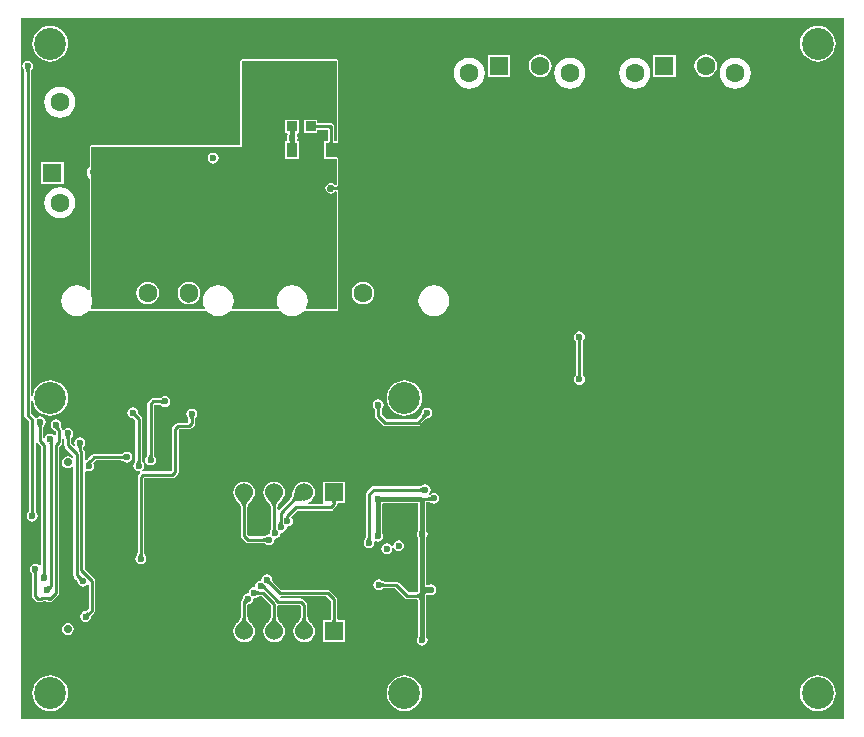
<source format=gbl>
G04*
G04 #@! TF.GenerationSoftware,Altium Limited,Altium Designer,18.0.9 (584)*
G04*
G04 Layer_Physical_Order=2*
G04 Layer_Color=16711680*
%FSLAX25Y25*%
%MOIN*%
G70*
G01*
G75*
%ADD13C,0.01000*%
%ADD17R,0.03347X0.03347*%
%ADD95C,0.01500*%
%ADD99C,0.06000*%
%ADD100R,0.06000X0.06000*%
%ADD101C,0.06000*%
%ADD102C,0.06299*%
%ADD103R,0.06299X0.06299*%
%ADD104C,0.02756*%
%ADD105R,0.06299X0.06299*%
%ADD106C,0.10630*%
%ADD107C,0.05000*%
%ADD108C,0.02362*%
%ADD109C,0.01968*%
%ADD110R,0.03583X0.04803*%
G36*
X264627Y-8721D02*
X-9843Y-8721D01*
Y225256D01*
X264627Y225256D01*
Y-8721D01*
D02*
G37*
%LPC*%
G36*
X255906Y222479D02*
X254746Y222365D01*
X253631Y222027D01*
X252603Y221477D01*
X251703Y220738D01*
X250964Y219837D01*
X250414Y218810D01*
X250076Y217695D01*
X249962Y216535D01*
X250076Y215376D01*
X250414Y214261D01*
X250964Y213233D01*
X251703Y212333D01*
X252603Y211594D01*
X253631Y211044D01*
X254746Y210706D01*
X255906Y210592D01*
X257065Y210706D01*
X258180Y211044D01*
X259208Y211594D01*
X260108Y212333D01*
X260847Y213233D01*
X261397Y214261D01*
X261735Y215376D01*
X261849Y216535D01*
X261735Y217695D01*
X261397Y218810D01*
X260847Y219837D01*
X260108Y220738D01*
X259208Y221477D01*
X258180Y222027D01*
X257065Y222365D01*
X255906Y222479D01*
D02*
G37*
G36*
X0D02*
X-1159Y222365D01*
X-2275Y222027D01*
X-3302Y221477D01*
X-4203Y220738D01*
X-4942Y219837D01*
X-5491Y218810D01*
X-5829Y217695D01*
X-5944Y216535D01*
X-5829Y215376D01*
X-5491Y214261D01*
X-4942Y213233D01*
X-4203Y212333D01*
X-3302Y211594D01*
X-2275Y211044D01*
X-1159Y210706D01*
X0Y210592D01*
X1159Y210706D01*
X2275Y211044D01*
X3302Y211594D01*
X4203Y212333D01*
X4942Y213233D01*
X5491Y214261D01*
X5829Y215376D01*
X5944Y216535D01*
X5829Y217695D01*
X5491Y218810D01*
X4942Y219837D01*
X4203Y220738D01*
X3302Y221477D01*
X2275Y222027D01*
X1159Y222365D01*
X0Y222479D01*
D02*
G37*
G36*
X208474Y212927D02*
X200975D01*
Y205428D01*
X208474D01*
Y212927D01*
D02*
G37*
G36*
X153356D02*
X145857D01*
Y205428D01*
X153356D01*
Y212927D01*
D02*
G37*
G36*
X218504Y212959D02*
X217525Y212830D01*
X216613Y212452D01*
X215830Y211851D01*
X215229Y211068D01*
X214851Y210156D01*
X214722Y209177D01*
X214851Y208198D01*
X215229Y207286D01*
X215830Y206503D01*
X216613Y205902D01*
X217525Y205524D01*
X218504Y205395D01*
X219483Y205524D01*
X220395Y205902D01*
X221178Y206503D01*
X221779Y207286D01*
X222157Y208198D01*
X222286Y209177D01*
X222157Y210156D01*
X221779Y211068D01*
X221178Y211851D01*
X220395Y212452D01*
X219483Y212830D01*
X218504Y212959D01*
D02*
G37*
G36*
X163386D02*
X162407Y212830D01*
X161495Y212452D01*
X160712Y211851D01*
X160110Y211068D01*
X159733Y210156D01*
X159604Y209177D01*
X159733Y208198D01*
X160110Y207286D01*
X160712Y206503D01*
X161495Y205902D01*
X162407Y205524D01*
X163386Y205395D01*
X164365Y205524D01*
X165277Y205902D01*
X166060Y206503D01*
X166661Y207286D01*
X167039Y208198D01*
X167168Y209177D01*
X167039Y210156D01*
X166661Y211068D01*
X166060Y211851D01*
X165277Y212452D01*
X164365Y212830D01*
X163386Y212959D01*
D02*
G37*
G36*
X228346Y211869D02*
X227008Y211692D01*
X225761Y211176D01*
X224689Y210354D01*
X223868Y209283D01*
X223351Y208035D01*
X223175Y206697D01*
X223351Y205358D01*
X223868Y204111D01*
X224689Y203040D01*
X225761Y202218D01*
X227008Y201701D01*
X228346Y201525D01*
X229685Y201701D01*
X230932Y202218D01*
X232003Y203040D01*
X232825Y204111D01*
X233342Y205358D01*
X233518Y206697D01*
X233342Y208035D01*
X232825Y209283D01*
X232003Y210354D01*
X230932Y211176D01*
X229685Y211692D01*
X228346Y211869D01*
D02*
G37*
G36*
X194882D02*
X193543Y211692D01*
X192296Y211176D01*
X191225Y210354D01*
X190403Y209283D01*
X189886Y208035D01*
X189710Y206697D01*
X189886Y205358D01*
X190403Y204111D01*
X191225Y203040D01*
X192296Y202218D01*
X193543Y201701D01*
X194882Y201525D01*
X196221Y201701D01*
X197468Y202218D01*
X198539Y203040D01*
X199361Y204111D01*
X199878Y205358D01*
X200054Y206697D01*
X199878Y208035D01*
X199361Y209283D01*
X198539Y210354D01*
X197468Y211176D01*
X196221Y211692D01*
X194882Y211869D01*
D02*
G37*
G36*
X173228D02*
X171890Y211692D01*
X170642Y211176D01*
X169571Y210354D01*
X168749Y209283D01*
X168233Y208035D01*
X168056Y206697D01*
X168233Y205358D01*
X168749Y204111D01*
X169571Y203040D01*
X170642Y202218D01*
X171890Y201701D01*
X173228Y201525D01*
X174567Y201701D01*
X175814Y202218D01*
X176885Y203040D01*
X177707Y204111D01*
X178224Y205358D01*
X178400Y206697D01*
X178224Y208035D01*
X177707Y209283D01*
X176885Y210354D01*
X175814Y211176D01*
X174567Y211692D01*
X173228Y211869D01*
D02*
G37*
G36*
X139764D02*
X138425Y211692D01*
X137178Y211176D01*
X136107Y210354D01*
X135285Y209283D01*
X134768Y208035D01*
X134592Y206697D01*
X134768Y205358D01*
X135285Y204111D01*
X136107Y203040D01*
X137178Y202218D01*
X138425Y201701D01*
X139764Y201525D01*
X141102Y201701D01*
X142350Y202218D01*
X143421Y203040D01*
X144243Y204111D01*
X144759Y205358D01*
X144936Y206697D01*
X144759Y208035D01*
X144243Y209283D01*
X143421Y210354D01*
X142350Y211176D01*
X141102Y211692D01*
X139764Y211869D01*
D02*
G37*
G36*
X3268Y202219D02*
X1929Y202043D01*
X682Y201526D01*
X-389Y200704D01*
X-1211Y199633D01*
X-1728Y198386D01*
X-1904Y197047D01*
X-1728Y195709D01*
X-1211Y194461D01*
X-389Y193390D01*
X682Y192568D01*
X1929Y192052D01*
X3268Y191875D01*
X4606Y192052D01*
X5854Y192568D01*
X6925Y193390D01*
X7747Y194461D01*
X8263Y195709D01*
X8439Y197047D01*
X8263Y198386D01*
X7747Y199633D01*
X6925Y200704D01*
X5854Y201526D01*
X4606Y202043D01*
X3268Y202219D01*
D02*
G37*
G36*
X63976Y211279D02*
X63517Y211089D01*
X63327Y210630D01*
X63327Y182736D01*
X13780D01*
X13320Y182546D01*
X13130Y182087D01*
Y175661D01*
X12765Y175185D01*
X12453Y174431D01*
X12346Y173622D01*
X12453Y172813D01*
X12765Y172059D01*
X13130Y171583D01*
Y134539D01*
X12657Y134378D01*
X12515Y134563D01*
X11444Y135384D01*
X10197Y135901D01*
X8858Y136077D01*
X7520Y135901D01*
X6272Y135384D01*
X5201Y134563D01*
X4379Y133491D01*
X3863Y132244D01*
X3686Y130905D01*
X3863Y129567D01*
X4379Y128320D01*
X5201Y127249D01*
X6272Y126427D01*
X7520Y125910D01*
X8858Y125734D01*
X10197Y125910D01*
X11444Y126427D01*
X12515Y127249D01*
X12753Y127558D01*
X13320Y127494D01*
X13780Y127303D01*
X51337D01*
X51445Y127348D01*
X51561Y127343D01*
X51665Y127439D01*
X51796Y127494D01*
X52262Y127439D01*
X52315Y127419D01*
X52445Y127249D01*
X53516Y126427D01*
X54764Y125910D01*
X56102Y125734D01*
X57441Y125910D01*
X58688Y126427D01*
X59759Y127249D01*
X59890Y127419D01*
X59943Y127439D01*
X60409Y127494D01*
X60540Y127439D01*
X60644Y127343D01*
X60760Y127348D01*
X60868Y127303D01*
X75943D01*
X76051Y127348D01*
X76167Y127343D01*
X76271Y127439D01*
X76402Y127494D01*
X76868Y127439D01*
X76921Y127419D01*
X77052Y127249D01*
X78123Y126427D01*
X79370Y125910D01*
X80709Y125734D01*
X82047Y125910D01*
X83295Y126427D01*
X84366Y127249D01*
X84496Y127419D01*
X84549Y127439D01*
X85015Y127494D01*
X85146Y127439D01*
X85250Y127343D01*
X85366Y127348D01*
X85474Y127303D01*
X95472D01*
X95932Y127494D01*
X96122Y127953D01*
Y167147D01*
X96061Y167295D01*
X96045Y167453D01*
X95969Y167516D01*
X95932Y167606D01*
X95784Y167667D01*
X95661Y167769D01*
X95161Y167920D01*
X95002Y167905D01*
X94846Y167936D01*
X94764Y167881D01*
X94666Y167872D01*
X94565Y167748D01*
X94432Y167660D01*
X94320Y167491D01*
X93945Y167241D01*
X93504Y167153D01*
X93062Y167241D01*
X92688Y167491D01*
X92438Y167866D01*
X92350Y168307D01*
X92438Y168749D01*
X92688Y169123D01*
X93062Y169373D01*
X93504Y169461D01*
X93945Y169373D01*
X94320Y169123D01*
X94432Y168954D01*
X94565Y168866D01*
X94666Y168743D01*
X94764Y168733D01*
X94846Y168678D01*
X95002Y168709D01*
X95161Y168694D01*
X95661Y168845D01*
X95784Y168947D01*
X95932Y169008D01*
X95969Y169098D01*
X96045Y169161D01*
X96061Y169320D01*
X96122Y169467D01*
Y178101D01*
X95932Y178560D01*
X95472Y178750D01*
X91880D01*
Y183455D01*
X92501D01*
X92960Y183645D01*
X93150Y184104D01*
Y187855D01*
X92960Y188314D01*
X92501Y188504D01*
X89084D01*
X88625Y188314D01*
X88435Y187855D01*
Y187353D01*
X85187D01*
Y190600D01*
X88435D01*
Y190098D01*
X88625Y189639D01*
X89084Y189448D01*
X93558D01*
X93798Y189401D01*
X93947Y189301D01*
X94046Y189152D01*
X94094Y188912D01*
Y184104D01*
X94284Y183645D01*
X94744Y183455D01*
X95472D01*
X95932Y183645D01*
X96122Y184104D01*
Y210630D01*
X95932Y211089D01*
X95472Y211279D01*
X63976Y211279D01*
D02*
G37*
G36*
X4537Y177175D02*
X-2962D01*
Y169676D01*
X4537D01*
Y177175D01*
D02*
G37*
G36*
X3268Y168754D02*
X1929Y168578D01*
X682Y168062D01*
X-389Y167240D01*
X-1211Y166169D01*
X-1728Y164921D01*
X-1904Y163583D01*
X-1728Y162244D01*
X-1211Y160997D01*
X-389Y159926D01*
X682Y159104D01*
X1929Y158587D01*
X3268Y158411D01*
X4606Y158587D01*
X5854Y159104D01*
X6925Y159926D01*
X7747Y160997D01*
X8263Y162244D01*
X8439Y163583D01*
X8263Y164921D01*
X7747Y166169D01*
X6925Y167240D01*
X5854Y168062D01*
X4606Y168578D01*
X3268Y168754D01*
D02*
G37*
G36*
X104331Y137168D02*
X103352Y137039D01*
X102440Y136661D01*
X101656Y136060D01*
X101055Y135277D01*
X100678Y134365D01*
X100549Y133386D01*
X100678Y132407D01*
X101055Y131495D01*
X101656Y130712D01*
X102440Y130111D01*
X103352Y129733D01*
X104331Y129604D01*
X105309Y129733D01*
X106222Y130111D01*
X107005Y130712D01*
X107606Y131495D01*
X107984Y132407D01*
X108113Y133386D01*
X107984Y134365D01*
X107606Y135277D01*
X107005Y136060D01*
X106222Y136661D01*
X105309Y137039D01*
X104331Y137168D01*
D02*
G37*
G36*
X127953Y136077D02*
X126614Y135901D01*
X125367Y135384D01*
X124296Y134563D01*
X123474Y133491D01*
X122957Y132244D01*
X122781Y130905D01*
X122957Y129567D01*
X123474Y128320D01*
X124296Y127249D01*
X125367Y126427D01*
X126614Y125910D01*
X127953Y125734D01*
X129291Y125910D01*
X130539Y126427D01*
X131610Y127249D01*
X132432Y128320D01*
X132948Y129567D01*
X133125Y130905D01*
X132948Y132244D01*
X132432Y133491D01*
X131610Y134563D01*
X130539Y135384D01*
X129291Y135901D01*
X127953Y136077D01*
D02*
G37*
G36*
X176453Y120639D02*
X175758Y120501D01*
X175168Y120107D01*
X174775Y119518D01*
X174636Y118823D01*
X174775Y118128D01*
X175125Y117604D01*
X175149Y117538D01*
X175190Y117494D01*
X175208Y117471D01*
X175225Y117443D01*
X175242Y117410D01*
X175257Y117371D01*
X175272Y117324D01*
X175284Y117268D01*
X175294Y117202D01*
X175301Y117128D01*
X175303Y117027D01*
X175331Y116965D01*
Y106460D01*
X175303Y106398D01*
X175301Y106297D01*
X175294Y106223D01*
X175284Y106158D01*
X175272Y106102D01*
X175257Y106054D01*
X175242Y106015D01*
X175225Y105982D01*
X175208Y105955D01*
X175190Y105931D01*
X175149Y105887D01*
X175125Y105821D01*
X174775Y105297D01*
X174636Y104602D01*
X174775Y103907D01*
X175168Y103318D01*
X175758Y102924D01*
X176453Y102786D01*
X177147Y102924D01*
X177737Y103318D01*
X178130Y103907D01*
X178269Y104602D01*
X178130Y105297D01*
X177780Y105821D01*
X177756Y105887D01*
X177715Y105931D01*
X177697Y105955D01*
X177680Y105982D01*
X177663Y106015D01*
X177648Y106054D01*
X177633Y106102D01*
X177621Y106158D01*
X177611Y106223D01*
X177604Y106297D01*
X177602Y106398D01*
X177574Y106460D01*
Y116965D01*
X177602Y117027D01*
X177604Y117128D01*
X177611Y117202D01*
X177621Y117268D01*
X177633Y117324D01*
X177648Y117371D01*
X177663Y117410D01*
X177680Y117443D01*
X177697Y117471D01*
X177715Y117494D01*
X177756Y117538D01*
X177780Y117604D01*
X178130Y118128D01*
X178269Y118823D01*
X178130Y119518D01*
X177737Y120107D01*
X177147Y120501D01*
X176453Y120639D01*
D02*
G37*
G36*
X38187Y99077D02*
X37492Y98939D01*
X36967Y98589D01*
X36902Y98564D01*
X36858Y98524D01*
X36834Y98506D01*
X36807Y98489D01*
X36774Y98472D01*
X36734Y98457D01*
X36687Y98442D01*
X36631Y98430D01*
X36566Y98420D01*
X36491Y98413D01*
X36390Y98411D01*
X36328Y98383D01*
X34269D01*
X34269Y98383D01*
X33840Y98298D01*
X33476Y98054D01*
X33476Y98054D01*
X32671Y97250D01*
X32428Y96886D01*
X32343Y96457D01*
X32343Y96457D01*
Y79614D01*
X32315Y79552D01*
X32313Y79451D01*
X32306Y79377D01*
X32296Y79312D01*
X32284Y79255D01*
X32269Y79208D01*
X32254Y79169D01*
X32237Y79136D01*
X32220Y79108D01*
X32202Y79085D01*
X32161Y79041D01*
X32137Y78975D01*
X31787Y78451D01*
X31649Y77756D01*
X31787Y77061D01*
X32181Y76472D01*
X32770Y76078D01*
X33465Y75940D01*
X34159Y76078D01*
X34749Y76472D01*
X35142Y77061D01*
X35280Y77756D01*
X35142Y78451D01*
X34792Y78975D01*
X34768Y79041D01*
X34727Y79085D01*
X34709Y79108D01*
X34692Y79136D01*
X34675Y79169D01*
X34660Y79208D01*
X34645Y79255D01*
X34633Y79312D01*
X34623Y79377D01*
X34617Y79451D01*
X34614Y79552D01*
X34586Y79614D01*
Y95992D01*
X34734Y96140D01*
X36328D01*
X36390Y96112D01*
X36491Y96109D01*
X36566Y96103D01*
X36631Y96093D01*
X36687Y96081D01*
X36734Y96066D01*
X36774Y96051D01*
X36807Y96034D01*
X36834Y96017D01*
X36858Y95999D01*
X36902Y95958D01*
X36967Y95934D01*
X37492Y95584D01*
X38187Y95445D01*
X38882Y95584D01*
X39471Y95977D01*
X39864Y96566D01*
X40003Y97261D01*
X39864Y97956D01*
X39471Y98545D01*
X38882Y98939D01*
X38187Y99077D01*
D02*
G37*
G36*
X118110Y104369D02*
X116951Y104255D01*
X115836Y103916D01*
X114808Y103367D01*
X113908Y102628D01*
X113168Y101727D01*
X112619Y100700D01*
X112281Y99585D01*
X112167Y98425D01*
X112281Y97266D01*
X112619Y96151D01*
X113168Y95123D01*
X113908Y94222D01*
X114808Y93483D01*
X115836Y92934D01*
X116951Y92596D01*
X118110Y92482D01*
X119270Y92596D01*
X120385Y92934D01*
X121412Y93483D01*
X122313Y94222D01*
X123052Y95123D01*
X123601Y96151D01*
X123940Y97266D01*
X124054Y98425D01*
X123940Y99585D01*
X123601Y100700D01*
X123052Y101727D01*
X122313Y102628D01*
X121412Y103367D01*
X120385Y103916D01*
X119270Y104255D01*
X118110Y104369D01*
D02*
G37*
G36*
X-7514Y210820D02*
X-8209Y210681D01*
X-8798Y210288D01*
X-9192Y209699D01*
X-9330Y209003D01*
X-9192Y208309D01*
X-8841Y207784D01*
X-8817Y207719D01*
X-8776Y207675D01*
X-8758Y207651D01*
X-8741Y207624D01*
X-8725Y207591D01*
X-8709Y207551D01*
X-8695Y207504D01*
X-8682Y207448D01*
X-8672Y207383D01*
X-8666Y207308D01*
X-8663Y207207D01*
X-8636Y207145D01*
Y92809D01*
X-8636Y92809D01*
X-8550Y92380D01*
X-8307Y92016D01*
X-7027Y90736D01*
Y60913D01*
X-7055Y60851D01*
X-7057Y60750D01*
X-7064Y60676D01*
X-7074Y60611D01*
X-7086Y60555D01*
X-7101Y60507D01*
X-7116Y60468D01*
X-7133Y60435D01*
X-7150Y60408D01*
X-7168Y60384D01*
X-7209Y60340D01*
X-7233Y60274D01*
X-7583Y59750D01*
X-7722Y59055D01*
X-7583Y58360D01*
X-7190Y57771D01*
X-6600Y57377D01*
X-5906Y57239D01*
X-5211Y57377D01*
X-4622Y57771D01*
X-4228Y58360D01*
X-4090Y59055D01*
X-4228Y59750D01*
X-4578Y60274D01*
X-4602Y60340D01*
X-4643Y60384D01*
X-4661Y60408D01*
X-4678Y60435D01*
X-4695Y60468D01*
X-4710Y60507D01*
X-4725Y60555D01*
X-4737Y60611D01*
X-4747Y60676D01*
X-4754Y60750D01*
X-4756Y60851D01*
X-4784Y60913D01*
Y83326D01*
X-4284Y83478D01*
X-4140Y83262D01*
X-3090Y82212D01*
Y42704D01*
X-3590Y42553D01*
X-3637Y42623D01*
X-4226Y43016D01*
X-4921Y43155D01*
X-5616Y43016D01*
X-6205Y42623D01*
X-6599Y42033D01*
X-6737Y41339D01*
X-6599Y40644D01*
X-6249Y40119D01*
X-6224Y40054D01*
X-6184Y40010D01*
X-6166Y39986D01*
X-6148Y39959D01*
X-6132Y39926D01*
X-6116Y39886D01*
X-6102Y39839D01*
X-6089Y39783D01*
X-6080Y39718D01*
X-6073Y39643D01*
X-6070Y39542D01*
X-6043Y39480D01*
Y32480D01*
X-6043Y32480D01*
X-5957Y32051D01*
X-5714Y31687D01*
X-4730Y30703D01*
X-4730Y30703D01*
X-4366Y30460D01*
X-3937Y30375D01*
X-2986D01*
X-2986Y30375D01*
X-2557Y30460D01*
X-2217Y30687D01*
X-1240D01*
X-900Y30460D01*
X-471Y30375D01*
X-0D01*
X0Y30375D01*
X429Y30460D01*
X793Y30703D01*
X2762Y32671D01*
X2762Y32671D01*
X3005Y33035D01*
X3090Y33465D01*
X3090Y33465D01*
Y82213D01*
X3746Y82868D01*
X3746Y82868D01*
X3989Y83232D01*
X4074Y83661D01*
X4074Y83662D01*
Y84862D01*
X4281Y85042D01*
X4574Y85130D01*
X4689Y85040D01*
X4751Y84948D01*
X4754Y84919D01*
X4756Y84818D01*
X4784Y84756D01*
Y82677D01*
X4784Y82677D01*
X4869Y82248D01*
X5112Y81884D01*
X7737Y79260D01*
Y78620D01*
X7237Y78458D01*
X6677Y78832D01*
X5906Y78985D01*
X5134Y78832D01*
X4479Y78395D01*
X4042Y77740D01*
X3889Y76968D01*
X4042Y76197D01*
X4479Y75542D01*
X5134Y75105D01*
X5906Y74952D01*
X6677Y75105D01*
X7237Y75479D01*
X7737Y75317D01*
Y39370D01*
X7737Y39370D01*
X7822Y38941D01*
X8065Y38577D01*
X8720Y37922D01*
X8744Y37859D01*
X8813Y37786D01*
X8862Y37729D01*
X8901Y37675D01*
X8931Y37627D01*
X8955Y37583D01*
X8972Y37544D01*
X8983Y37510D01*
X8991Y37478D01*
X8995Y37449D01*
X8997Y37389D01*
X9026Y37325D01*
X9149Y36707D01*
X9543Y36118D01*
X10132Y35724D01*
X10827Y35586D01*
X11522Y35724D01*
X12111Y36118D01*
X12295Y36393D01*
X12795Y36242D01*
Y28161D01*
X12332Y27698D01*
X12269Y27673D01*
X12195Y27604D01*
X12138Y27556D01*
X12085Y27517D01*
X12037Y27486D01*
X11993Y27463D01*
X11954Y27446D01*
X11919Y27434D01*
X11887Y27427D01*
X11858Y27423D01*
X11798Y27421D01*
X11734Y27391D01*
X11116Y27268D01*
X10527Y26875D01*
X10133Y26285D01*
X9995Y25591D01*
X10133Y24896D01*
X10527Y24306D01*
X11116Y23913D01*
X11811Y23775D01*
X12506Y23913D01*
X13095Y24306D01*
X13489Y24896D01*
X13612Y25514D01*
X13641Y25578D01*
X13643Y25638D01*
X13647Y25667D01*
X13655Y25699D01*
X13666Y25733D01*
X13683Y25772D01*
X13706Y25816D01*
X13737Y25865D01*
X13776Y25918D01*
X13824Y25975D01*
X13894Y26048D01*
X13918Y26112D01*
X14710Y26903D01*
X14710Y26903D01*
X14953Y27267D01*
X15038Y27696D01*
X15038Y27696D01*
Y37538D01*
X14953Y37967D01*
X14710Y38331D01*
X14710Y38331D01*
X11580Y41461D01*
Y73927D01*
X12021Y74162D01*
X12100Y74110D01*
X12795Y73971D01*
X13490Y74110D01*
X14079Y74503D01*
X14473Y75092D01*
X14611Y75787D01*
X14473Y76482D01*
X14341Y76679D01*
X14343Y76682D01*
X14384Y76731D01*
X14454Y76805D01*
X14475Y76862D01*
X14525Y76896D01*
X14530Y76920D01*
X15228Y77619D01*
X23732D01*
X23794Y77591D01*
X23895Y77588D01*
X23970Y77582D01*
X24035Y77572D01*
X24091Y77560D01*
X24138Y77545D01*
X24178Y77529D01*
X24211Y77513D01*
X24238Y77496D01*
X24262Y77478D01*
X24306Y77437D01*
X24371Y77413D01*
X24896Y77062D01*
X25591Y76924D01*
X26285Y77062D01*
X26875Y77456D01*
X27268Y78045D01*
X27406Y78740D01*
X27268Y79435D01*
X26875Y80024D01*
X26285Y80418D01*
X25591Y80556D01*
X24896Y80418D01*
X24371Y80068D01*
X24306Y80043D01*
X24262Y80002D01*
X24238Y79984D01*
X24211Y79967D01*
X24178Y79951D01*
X24138Y79935D01*
X24091Y79921D01*
X24035Y79908D01*
X23970Y79899D01*
X23895Y79892D01*
X23794Y79889D01*
X23732Y79862D01*
X14764D01*
X14764Y79862D01*
X14335Y79776D01*
X13971Y79533D01*
X12721Y78283D01*
X12649Y78250D01*
X12153Y77715D01*
X12080Y77642D01*
X11773Y77710D01*
X11581Y77832D01*
X11580Y77833D01*
Y80387D01*
X11580Y80387D01*
X11494Y80816D01*
X11251Y81180D01*
X11251Y81180D01*
X10964Y81467D01*
Y81606D01*
X10992Y81668D01*
X10994Y81769D01*
X11001Y81844D01*
X11011Y81909D01*
X11023Y81965D01*
X11038Y82012D01*
X11053Y82052D01*
X11070Y82085D01*
X11087Y82112D01*
X11105Y82136D01*
X11146Y82180D01*
X11170Y82245D01*
X11520Y82770D01*
X11659Y83465D01*
X11520Y84159D01*
X11127Y84749D01*
X10537Y85142D01*
X9843Y85281D01*
X9148Y85142D01*
X8558Y84749D01*
X8165Y84159D01*
X8027Y83465D01*
X8165Y82770D01*
X8282Y82593D01*
X7894Y82275D01*
X7027Y83142D01*
Y84756D01*
X7055Y84818D01*
X7057Y84919D01*
X7064Y84993D01*
X7074Y85059D01*
X7086Y85115D01*
X7101Y85162D01*
X7116Y85202D01*
X7133Y85234D01*
X7150Y85262D01*
X7168Y85285D01*
X7209Y85329D01*
X7233Y85395D01*
X7583Y85919D01*
X7722Y86614D01*
X7583Y87309D01*
X7190Y87898D01*
X6600Y88292D01*
X5906Y88430D01*
X5211Y88292D01*
X4621Y87898D01*
X4574Y87828D01*
X4350Y87832D01*
X4053Y87947D01*
X3989Y88266D01*
X3798Y88551D01*
X3759Y88656D01*
X3691Y88729D01*
X3652Y88777D01*
X3627Y88813D01*
X3619Y88827D01*
X3619Y88832D01*
X3646Y88872D01*
X3785Y89567D01*
X3646Y90262D01*
X3253Y90851D01*
X2663Y91245D01*
X1969Y91383D01*
X1274Y91245D01*
X684Y90851D01*
X291Y90262D01*
X152Y89567D01*
X291Y88872D01*
X684Y88283D01*
X1106Y88001D01*
X1178Y87916D01*
X1201Y87904D01*
X1216Y87896D01*
X1225Y87889D01*
X1621Y87542D01*
X1699Y87465D01*
X1765Y87438D01*
X1788Y87415D01*
X1822Y87370D01*
X1831Y87369D01*
Y86011D01*
X1331Y85859D01*
X1284Y85930D01*
X695Y86323D01*
X0Y86462D01*
X-695Y86323D01*
X-1284Y85930D01*
X-1678Y85341D01*
X-1725Y85104D01*
X-2225Y85153D01*
Y88594D01*
X-2197Y88656D01*
X-2194Y88757D01*
X-2188Y88832D01*
X-2178Y88897D01*
X-2166Y88953D01*
X-2151Y89000D01*
X-2136Y89040D01*
X-2119Y89073D01*
X-2102Y89100D01*
X-2084Y89124D01*
X-2043Y89168D01*
X-2019Y89234D01*
X-1669Y89758D01*
X-1531Y90453D01*
X-1669Y91148D01*
X-2062Y91737D01*
X-2651Y92131D01*
X-3347Y92269D01*
X-4041Y92131D01*
X-4444Y91861D01*
X-5003Y91914D01*
X-5086Y91955D01*
X-5113Y91994D01*
X-5113Y91994D01*
X-6392Y93274D01*
Y97881D01*
X-5892Y97906D01*
X-5829Y97266D01*
X-5491Y96151D01*
X-4942Y95123D01*
X-4203Y94222D01*
X-3302Y93483D01*
X-2275Y92934D01*
X-1159Y92596D01*
X0Y92482D01*
X1159Y92596D01*
X2275Y92934D01*
X3302Y93483D01*
X4203Y94222D01*
X4942Y95123D01*
X5491Y96151D01*
X5829Y97266D01*
X5944Y98425D01*
X5829Y99585D01*
X5491Y100700D01*
X4942Y101727D01*
X4203Y102628D01*
X3302Y103367D01*
X2275Y103916D01*
X1159Y104255D01*
X0Y104369D01*
X-1159Y104255D01*
X-2275Y103916D01*
X-3302Y103367D01*
X-4203Y102628D01*
X-4942Y101727D01*
X-5491Y100700D01*
X-5829Y99585D01*
X-5892Y98945D01*
X-6392Y98969D01*
Y207145D01*
X-6365Y207207D01*
X-6362Y207308D01*
X-6356Y207383D01*
X-6346Y207448D01*
X-6333Y207504D01*
X-6319Y207551D01*
X-6303Y207591D01*
X-6287Y207624D01*
X-6270Y207651D01*
X-6252Y207675D01*
X-6211Y207719D01*
X-6186Y207784D01*
X-5836Y208309D01*
X-5698Y209003D01*
X-5836Y209699D01*
X-6230Y210288D01*
X-6819Y210681D01*
X-7514Y210820D01*
D02*
G37*
G36*
X109350Y97956D02*
X108655Y97818D01*
X108066Y97424D01*
X107673Y96835D01*
X107534Y96140D01*
X107673Y95445D01*
X108023Y94921D01*
X108047Y94855D01*
X108088Y94811D01*
X108106Y94787D01*
X108123Y94760D01*
X108140Y94727D01*
X108155Y94687D01*
X108170Y94640D01*
X108182Y94584D01*
X108192Y94519D01*
X108198Y94445D01*
X108201Y94343D01*
X108229Y94282D01*
Y92585D01*
X108229Y92585D01*
X108314Y92156D01*
X108557Y91792D01*
X110886Y89464D01*
X110886Y89464D01*
X111250Y89221D01*
X111679Y89135D01*
X111679Y89135D01*
X122471D01*
X122471Y89135D01*
X122900Y89221D01*
X123264Y89464D01*
X125119Y91318D01*
X125182Y91342D01*
X125255Y91412D01*
X125312Y91460D01*
X125366Y91499D01*
X125414Y91530D01*
X125458Y91553D01*
X125497Y91570D01*
X125532Y91582D01*
X125563Y91589D01*
X125592Y91593D01*
X125653Y91595D01*
X125716Y91624D01*
X126335Y91747D01*
X126924Y92141D01*
X127317Y92730D01*
X127456Y93425D01*
X127317Y94120D01*
X126924Y94709D01*
X126335Y95103D01*
X125640Y95241D01*
X124945Y95103D01*
X124355Y94709D01*
X123962Y94120D01*
X123839Y93502D01*
X123810Y93438D01*
X123807Y93378D01*
X123803Y93349D01*
X123796Y93317D01*
X123784Y93282D01*
X123768Y93243D01*
X123744Y93200D01*
X123714Y93151D01*
X123674Y93098D01*
X123626Y93041D01*
X123557Y92968D01*
X123532Y92904D01*
X122007Y91378D01*
X112144D01*
X110472Y93050D01*
Y94282D01*
X110500Y94343D01*
X110502Y94445D01*
X110509Y94519D01*
X110519Y94584D01*
X110531Y94640D01*
X110546Y94687D01*
X110561Y94727D01*
X110578Y94760D01*
X110595Y94787D01*
X110613Y94811D01*
X110653Y94855D01*
X110678Y94921D01*
X111028Y95445D01*
X111166Y96140D01*
X111028Y96835D01*
X110635Y97424D01*
X110045Y97818D01*
X109350Y97956D01*
D02*
G37*
G36*
X27559Y95320D02*
X26864Y95182D01*
X26275Y94788D01*
X25881Y94199D01*
X25743Y93504D01*
X25881Y92809D01*
X26275Y92220D01*
X26864Y91826D01*
X27483Y91703D01*
X27546Y91674D01*
X27606Y91672D01*
X27635Y91668D01*
X27667Y91660D01*
X27702Y91649D01*
X27741Y91632D01*
X27785Y91609D01*
X27833Y91578D01*
X27886Y91539D01*
X27943Y91491D01*
X28017Y91421D01*
X28080Y91397D01*
X28406Y91071D01*
Y77646D01*
X28378Y77584D01*
X28376Y77483D01*
X28369Y77408D01*
X28359Y77343D01*
X28347Y77287D01*
X28332Y77240D01*
X28317Y77200D01*
X28300Y77167D01*
X28283Y77140D01*
X28265Y77116D01*
X28224Y77072D01*
X28200Y77007D01*
X27850Y76482D01*
X27712Y75787D01*
X27850Y75092D01*
X28243Y74503D01*
X28833Y74110D01*
X29528Y73971D01*
X29853Y74036D01*
X30034Y73774D01*
X30079Y73571D01*
X29476Y72969D01*
X29233Y72605D01*
X29148Y72176D01*
X29148Y72176D01*
Y46669D01*
X29120Y46607D01*
X29117Y46506D01*
X29111Y46432D01*
X29101Y46367D01*
X29089Y46311D01*
X29074Y46263D01*
X29059Y46224D01*
X29042Y46191D01*
X29025Y46163D01*
X29007Y46140D01*
X28966Y46096D01*
X28942Y46030D01*
X28592Y45506D01*
X28453Y44811D01*
X28592Y44116D01*
X28985Y43527D01*
X29574Y43133D01*
X30269Y42995D01*
X30964Y43133D01*
X31554Y43527D01*
X31947Y44116D01*
X32085Y44811D01*
X31947Y45506D01*
X31597Y46030D01*
X31572Y46096D01*
X31532Y46140D01*
X31514Y46163D01*
X31497Y46191D01*
X31480Y46224D01*
X31464Y46263D01*
X31450Y46311D01*
X31438Y46367D01*
X31428Y46432D01*
X31421Y46506D01*
X31419Y46607D01*
X31391Y46669D01*
Y71711D01*
X31393Y71713D01*
X40748D01*
X40748Y71713D01*
X41177Y71798D01*
X41541Y72041D01*
X42525Y73026D01*
X42525Y73026D01*
X42768Y73390D01*
X42854Y73819D01*
X42854Y73819D01*
Y87792D01*
X43055Y87993D01*
X46353D01*
X46353Y87993D01*
X46782Y88078D01*
X47146Y88321D01*
X48032Y89207D01*
X48032Y89207D01*
X48275Y89571D01*
X48360Y90000D01*
X48360Y90000D01*
Y91192D01*
X48388Y91254D01*
X48391Y91355D01*
X48397Y91429D01*
X48407Y91494D01*
X48419Y91550D01*
X48434Y91598D01*
X48450Y91637D01*
X48466Y91670D01*
X48483Y91698D01*
X48501Y91721D01*
X48542Y91765D01*
X48566Y91831D01*
X48916Y92355D01*
X49055Y93050D01*
X48916Y93745D01*
X48523Y94334D01*
X47934Y94728D01*
X47239Y94866D01*
X46544Y94728D01*
X45955Y94334D01*
X45561Y93745D01*
X45423Y93050D01*
X45561Y92355D01*
X45911Y91831D01*
X45935Y91765D01*
X45976Y91721D01*
X45994Y91698D01*
X46011Y91670D01*
X46028Y91637D01*
X46044Y91598D01*
X46058Y91550D01*
X46071Y91494D01*
X46080Y91429D01*
X46087Y91355D01*
X46090Y91254D01*
X46117Y91192D01*
Y90465D01*
X45888Y90236D01*
X42590D01*
X42590Y90236D01*
X42161Y90150D01*
X41797Y89907D01*
X41797Y89907D01*
X40939Y89049D01*
X40696Y88685D01*
X40611Y88256D01*
X40611Y88256D01*
Y74283D01*
X40283Y73956D01*
X30928D01*
X30928Y73956D01*
X30878Y73946D01*
X30683Y74417D01*
X30812Y74503D01*
X31205Y75092D01*
X31343Y75787D01*
X31205Y76482D01*
X30855Y77007D01*
X30831Y77072D01*
X30790Y77116D01*
X30772Y77140D01*
X30755Y77167D01*
X30738Y77200D01*
X30723Y77240D01*
X30708Y77287D01*
X30696Y77343D01*
X30686Y77408D01*
X30680Y77483D01*
X30677Y77584D01*
X30649Y77646D01*
Y91535D01*
X30649Y91535D01*
X30564Y91965D01*
X30321Y92329D01*
X29666Y92983D01*
X29642Y93046D01*
X29572Y93120D01*
X29524Y93177D01*
X29485Y93230D01*
X29454Y93278D01*
X29431Y93322D01*
X29414Y93361D01*
X29403Y93396D01*
X29395Y93427D01*
X29391Y93457D01*
X29389Y93517D01*
X29360Y93581D01*
X29237Y94199D01*
X28843Y94788D01*
X28254Y95182D01*
X27559Y95320D01*
D02*
G37*
G36*
X125000Y69729D02*
X124305Y69591D01*
X123781Y69241D01*
X123715Y69217D01*
X123671Y69176D01*
X123647Y69158D01*
X123620Y69141D01*
X123587Y69124D01*
X123548Y69108D01*
X123500Y69094D01*
X123444Y69082D01*
X123379Y69072D01*
X123305Y69065D01*
X123204Y69063D01*
X123142Y69035D01*
X107874D01*
X107445Y68950D01*
X107081Y68706D01*
X107081Y68706D01*
X105506Y67132D01*
X105263Y66768D01*
X105178Y66339D01*
X105178Y66338D01*
Y52055D01*
X105150Y51993D01*
X105147Y51892D01*
X105141Y51818D01*
X105131Y51752D01*
X105119Y51696D01*
X105104Y51649D01*
X105088Y51609D01*
X105072Y51577D01*
X105055Y51549D01*
X105037Y51526D01*
X104996Y51482D01*
X104972Y51416D01*
X104622Y50892D01*
X104483Y50197D01*
X104622Y49502D01*
X105015Y48913D01*
X105604Y48519D01*
X106299Y48381D01*
X106994Y48519D01*
X107583Y48913D01*
X107977Y49502D01*
X108115Y50197D01*
X108074Y50406D01*
X108524Y50707D01*
X108557Y50684D01*
X109252Y50546D01*
X109947Y50684D01*
X110536Y51078D01*
X110930Y51667D01*
X111068Y52362D01*
X110930Y53057D01*
X110682Y53427D01*
X110652Y53873D01*
X110651Y53987D01*
X110628Y54042D01*
Y62909D01*
X110639Y62925D01*
X110911Y63387D01*
X110935Y63388D01*
X111049Y63389D01*
X111104Y63412D01*
X122634D01*
X122639Y63406D01*
Y54832D01*
X122616Y54778D01*
X122613Y54533D01*
X122605Y54356D01*
X122594Y54240D01*
X122592Y54227D01*
X122591Y54223D01*
X122338Y53845D01*
X122200Y53150D01*
X122338Y52455D01*
X122585Y52084D01*
X122616Y51639D01*
X122616Y51525D01*
X122639Y51470D01*
Y34565D01*
X122622Y34536D01*
X122631Y34503D01*
X122617Y34472D01*
X122608Y34220D01*
X122585Y34031D01*
X122552Y33884D01*
X122514Y33781D01*
X122478Y33716D01*
X122450Y33683D01*
X122428Y33665D01*
X122399Y33651D01*
X122348Y33638D01*
X122216Y33628D01*
X122165Y33602D01*
X119559D01*
X116246Y36915D01*
X115882Y37158D01*
X115453Y37244D01*
X115453Y37244D01*
X111406D01*
X111344Y37271D01*
X111243Y37274D01*
X111168Y37280D01*
X111103Y37290D01*
X111047Y37303D01*
X111000Y37317D01*
X110960Y37333D01*
X110927Y37349D01*
X110900Y37366D01*
X110876Y37384D01*
X110832Y37425D01*
X110766Y37449D01*
X110242Y37800D01*
X109547Y37938D01*
X108852Y37800D01*
X108263Y37406D01*
X107870Y36817D01*
X107731Y36122D01*
X107870Y35427D01*
X108263Y34838D01*
X108852Y34444D01*
X109547Y34306D01*
X110242Y34444D01*
X110766Y34795D01*
X110832Y34819D01*
X110876Y34860D01*
X110900Y34878D01*
X110927Y34895D01*
X110960Y34911D01*
X111000Y34927D01*
X111047Y34941D01*
X111103Y34954D01*
X111168Y34964D01*
X111243Y34970D01*
X111344Y34973D01*
X111406Y35001D01*
X114988D01*
X118301Y31687D01*
X118301Y31687D01*
X118665Y31444D01*
X119095Y31359D01*
X119095Y31359D01*
X122164D01*
X122215Y31333D01*
X122346Y31323D01*
X122395Y31310D01*
X122422Y31296D01*
X122445Y31278D01*
X122474Y31242D01*
X122511Y31174D01*
X122551Y31065D01*
X122585Y30912D01*
X122608Y30716D01*
X122617Y30457D01*
X122632Y30424D01*
X122623Y30389D01*
X122639Y30361D01*
Y19399D01*
X122616Y19345D01*
X122613Y19100D01*
X122605Y18923D01*
X122594Y18807D01*
X122592Y18794D01*
X122591Y18790D01*
X122338Y18411D01*
X122200Y17717D01*
X122338Y17022D01*
X122732Y16432D01*
X123321Y16039D01*
X124016Y15901D01*
X124711Y16039D01*
X125300Y16432D01*
X125694Y17022D01*
X125832Y17717D01*
X125694Y18411D01*
X125446Y18782D01*
X125416Y19227D01*
X125415Y19341D01*
X125392Y19396D01*
Y32364D01*
X125409Y32393D01*
X125403Y32417D01*
X125414Y32438D01*
X125426Y32621D01*
X125448Y32725D01*
X125477Y32796D01*
X125486Y32810D01*
X125990Y32960D01*
X126274Y32771D01*
X126969Y32633D01*
X127663Y32771D01*
X128253Y33165D01*
X128646Y33754D01*
X128785Y34449D01*
X128646Y35144D01*
X128253Y35733D01*
X127663Y36127D01*
X126969Y36265D01*
X126274Y36127D01*
X126026Y35961D01*
X125527Y36140D01*
X125499Y36192D01*
X125457Y36319D01*
X125427Y36488D01*
X125414Y36733D01*
X125393Y36778D01*
X125403Y36826D01*
X125392Y36842D01*
Y51467D01*
X125415Y51521D01*
X125418Y51766D01*
X125426Y51943D01*
X125437Y52059D01*
X125440Y52072D01*
X125441Y52076D01*
X125694Y52455D01*
X125832Y53150D01*
X125694Y53845D01*
X125446Y54215D01*
X125416Y54660D01*
X125415Y54774D01*
X125392Y54829D01*
Y63667D01*
X126185D01*
X126243Y63640D01*
X126453Y63630D01*
X126520Y63622D01*
X126586Y63610D01*
X126646Y63595D01*
X126698Y63579D01*
X126743Y63561D01*
X126782Y63542D01*
X126816Y63523D01*
X126868Y63486D01*
X126994Y63459D01*
X127258Y63283D01*
X127953Y63145D01*
X128648Y63283D01*
X129237Y63677D01*
X129630Y64266D01*
X129769Y64961D01*
X129630Y65656D01*
X129237Y66245D01*
X128648Y66638D01*
X127953Y66777D01*
X127258Y66638D01*
X126669Y66245D01*
X126636Y66196D01*
X126451Y66217D01*
X126282Y66349D01*
X126259Y66612D01*
X126284Y66629D01*
X126678Y67218D01*
X126816Y67913D01*
X126678Y68608D01*
X126284Y69197D01*
X125695Y69591D01*
X125000Y69729D01*
D02*
G37*
G36*
X84646Y70560D02*
X83706Y70437D01*
X82830Y70074D01*
X82078Y69497D01*
X81501Y68745D01*
X81138Y67869D01*
X81130Y67803D01*
X81089Y67747D01*
X81089Y67746D01*
X81089Y67746D01*
X80979Y67283D01*
X80760Y66476D01*
X80545Y65829D01*
X80445Y65577D01*
X80347Y65365D01*
X80256Y65200D01*
X80179Y65084D01*
X80089Y64980D01*
X80071Y64925D01*
X76267Y61121D01*
X75767Y61328D01*
Y62071D01*
X75793Y62123D01*
X75806Y62293D01*
X75837Y62438D01*
X75894Y62607D01*
X75981Y62798D01*
X76100Y63010D01*
X76253Y63241D01*
X76435Y63483D01*
X76918Y64036D01*
X77208Y64331D01*
X77229Y64382D01*
X77790Y65114D01*
X78153Y65989D01*
X78277Y66929D01*
X78153Y67869D01*
X77790Y68745D01*
X77213Y69497D01*
X76461Y70074D01*
X75586Y70437D01*
X74646Y70560D01*
X73706Y70437D01*
X72830Y70074D01*
X72078Y69497D01*
X71501Y68745D01*
X71138Y67869D01*
X71015Y66929D01*
X71138Y65989D01*
X71501Y65114D01*
X72062Y64382D01*
X72083Y64331D01*
X72373Y64036D01*
X72857Y63483D01*
X73039Y63241D01*
X73191Y63010D01*
X73310Y62798D01*
X73397Y62607D01*
X73454Y62438D01*
X73485Y62293D01*
X73498Y62123D01*
X73524Y62071D01*
Y54944D01*
X73496Y54880D01*
X73494Y54773D01*
X73490Y54692D01*
X73469Y54522D01*
X73457Y54463D01*
X73442Y54404D01*
X73425Y54353D01*
X73408Y54308D01*
X73390Y54270D01*
X73359Y54216D01*
X73346Y54112D01*
X73251Y53971D01*
X73147Y53445D01*
X72949Y53161D01*
X72666Y52964D01*
X72140Y52859D01*
X71615Y52509D01*
X71550Y52484D01*
X71506Y52443D01*
X71482Y52425D01*
X71455Y52408D01*
X71422Y52392D01*
X71382Y52376D01*
X71335Y52362D01*
X71279Y52349D01*
X71214Y52339D01*
X71139Y52333D01*
X71038Y52330D01*
X70976Y52303D01*
X66409D01*
X65767Y52945D01*
Y62071D01*
X65793Y62123D01*
X65806Y62293D01*
X65837Y62438D01*
X65894Y62607D01*
X65981Y62798D01*
X66101Y63010D01*
X66253Y63241D01*
X66435Y63483D01*
X66918Y64036D01*
X67208Y64331D01*
X67229Y64382D01*
X67790Y65114D01*
X68153Y65989D01*
X68277Y66929D01*
X68153Y67869D01*
X67790Y68745D01*
X67213Y69497D01*
X66461Y70074D01*
X65586Y70437D01*
X64646Y70560D01*
X63706Y70437D01*
X62830Y70074D01*
X62078Y69497D01*
X61501Y68745D01*
X61138Y67869D01*
X61015Y66929D01*
X61138Y65989D01*
X61501Y65114D01*
X62062Y64382D01*
X62083Y64331D01*
X62374Y64036D01*
X62857Y63483D01*
X63038Y63241D01*
X63191Y63010D01*
X63310Y62798D01*
X63397Y62607D01*
X63455Y62438D01*
X63485Y62293D01*
X63498Y62123D01*
X63524Y62071D01*
Y52480D01*
X63524Y52480D01*
X63609Y52051D01*
X63853Y51687D01*
X65152Y50388D01*
X65152Y50388D01*
X65516Y50145D01*
X65945Y50060D01*
X65945Y50060D01*
X70976D01*
X71038Y50032D01*
X71139Y50029D01*
X71214Y50023D01*
X71279Y50013D01*
X71335Y50000D01*
X71382Y49986D01*
X71422Y49970D01*
X71455Y49954D01*
X71482Y49937D01*
X71506Y49919D01*
X71550Y49878D01*
X71615Y49854D01*
X72140Y49503D01*
X72835Y49365D01*
X73530Y49503D01*
X74119Y49897D01*
X74512Y50486D01*
X74617Y51012D01*
X74815Y51296D01*
X75098Y51493D01*
X75624Y51598D01*
X76213Y51992D01*
X76607Y52581D01*
X76712Y53107D01*
X76909Y53390D01*
X77193Y53588D01*
X77719Y53693D01*
X78308Y54086D01*
X78702Y54675D01*
X78806Y55201D01*
X79004Y55485D01*
X79287Y55682D01*
X79813Y55787D01*
X80402Y56181D01*
X80796Y56770D01*
X80934Y57465D01*
X80796Y58160D01*
X80402Y58749D01*
X80395Y58829D01*
X82373Y60808D01*
X93504D01*
X93504Y60808D01*
X93933Y60893D01*
X94297Y61136D01*
X95439Y62278D01*
X95439Y62278D01*
X95682Y62642D01*
X95739Y62930D01*
X95795Y63056D01*
X95798Y63205D01*
X95806Y63314D01*
X95809Y63329D01*
X98246D01*
Y70529D01*
X91046D01*
Y63329D01*
X90661Y63051D01*
X85996D01*
X85897Y63551D01*
X86461Y63784D01*
X87213Y64362D01*
X87790Y65114D01*
X88153Y65989D01*
X88277Y66929D01*
X88153Y67869D01*
X87790Y68745D01*
X87213Y69497D01*
X86461Y70074D01*
X85585Y70437D01*
X84646Y70560D01*
D02*
G37*
G36*
X116142Y51029D02*
X115447Y50890D01*
X114858Y50497D01*
X114464Y49907D01*
X114326Y49213D01*
X114360Y49040D01*
X113883Y48923D01*
X113489Y49512D01*
X112900Y49906D01*
X112205Y50044D01*
X111510Y49906D01*
X110921Y49512D01*
X110527Y48923D01*
X110389Y48228D01*
X110527Y47533D01*
X110921Y46944D01*
X111510Y46551D01*
X112205Y46412D01*
X112900Y46551D01*
X113489Y46944D01*
X113883Y47533D01*
X114021Y48228D01*
X113986Y48401D01*
X114464Y48518D01*
X114858Y47929D01*
X115447Y47535D01*
X116142Y47397D01*
X116837Y47535D01*
X117426Y47929D01*
X117819Y48518D01*
X117958Y49213D01*
X117819Y49907D01*
X117426Y50497D01*
X116837Y50890D01*
X116142Y51029D01*
D02*
G37*
G36*
X5906Y23473D02*
X5134Y23320D01*
X4479Y22883D01*
X4042Y22229D01*
X3889Y21457D01*
X4042Y20685D01*
X4479Y20031D01*
X5134Y19593D01*
X5906Y19440D01*
X6677Y19593D01*
X7332Y20031D01*
X7769Y20685D01*
X7922Y21457D01*
X7769Y22229D01*
X7332Y22883D01*
X6677Y23320D01*
X5906Y23473D01*
D02*
G37*
G36*
X72229Y39596D02*
X71534Y39458D01*
X70945Y39064D01*
X70551Y38475D01*
X70446Y37949D01*
X70249Y37665D01*
X69965Y37468D01*
X69439Y37363D01*
X68850Y36969D01*
X68456Y36380D01*
X68352Y35854D01*
X68154Y35571D01*
X67870Y35373D01*
X67344Y35268D01*
X66755Y34875D01*
X66362Y34286D01*
X66257Y33760D01*
X66059Y33476D01*
X65776Y33278D01*
X65250Y33174D01*
X64661Y32780D01*
X64267Y32191D01*
X64129Y31496D01*
X64138Y31450D01*
X64118Y31402D01*
X64119Y31398D01*
X64118Y31395D01*
X64118Y31373D01*
X64113Y31359D01*
X64100Y31331D01*
X64077Y31292D01*
X64048Y31251D01*
X63936Y31116D01*
X63865Y31041D01*
X63834Y30962D01*
X63609Y30626D01*
X63524Y30197D01*
X63524Y30197D01*
Y25527D01*
X63498Y25476D01*
X63485Y25305D01*
X63455Y25160D01*
X63397Y24992D01*
X63310Y24800D01*
X63191Y24588D01*
X63038Y24357D01*
X62857Y24115D01*
X62374Y23562D01*
X62083Y23268D01*
X62062Y23216D01*
X61501Y22485D01*
X61138Y21609D01*
X61015Y20669D01*
X61138Y19729D01*
X61501Y18854D01*
X62078Y18102D01*
X62830Y17525D01*
X63706Y17162D01*
X64646Y17038D01*
X65586Y17162D01*
X66461Y17525D01*
X67213Y18102D01*
X67790Y18854D01*
X68153Y19729D01*
X68277Y20669D01*
X68153Y21609D01*
X67790Y22485D01*
X67229Y23216D01*
X67208Y23268D01*
X66918Y23562D01*
X66435Y24115D01*
X66253Y24357D01*
X66101Y24588D01*
X65981Y24800D01*
X65894Y24992D01*
X65837Y25160D01*
X65806Y25305D01*
X65793Y25476D01*
X65767Y25527D01*
Y29191D01*
X65776Y29243D01*
X65945Y29680D01*
X66640Y29818D01*
X67229Y30212D01*
X67623Y30801D01*
X67727Y31327D01*
X67925Y31611D01*
X68209Y31808D01*
X68734Y31913D01*
X68981Y32078D01*
X69106Y32104D01*
X69159Y32139D01*
X69193Y32159D01*
X69233Y32177D01*
X69279Y32195D01*
X69332Y32212D01*
X69393Y32226D01*
X69452Y32236D01*
X69627Y32253D01*
X69723Y32255D01*
X69787Y32283D01*
X70462D01*
X73524Y29221D01*
Y25527D01*
X73498Y25476D01*
X73485Y25305D01*
X73454Y25160D01*
X73397Y24992D01*
X73310Y24800D01*
X73191Y24588D01*
X73039Y24357D01*
X72857Y24115D01*
X72373Y23562D01*
X72083Y23268D01*
X72062Y23216D01*
X71501Y22485D01*
X71138Y21609D01*
X71015Y20669D01*
X71138Y19729D01*
X71501Y18854D01*
X72078Y18102D01*
X72830Y17525D01*
X73706Y17162D01*
X74646Y17038D01*
X75586Y17162D01*
X76461Y17525D01*
X77213Y18102D01*
X77790Y18854D01*
X78153Y19729D01*
X78277Y20669D01*
X78153Y21609D01*
X77790Y22485D01*
X77229Y23216D01*
X77208Y23268D01*
X76918Y23562D01*
X76434Y24115D01*
X76253Y24357D01*
X76100Y24588D01*
X75981Y24800D01*
X75894Y24992D01*
X75837Y25160D01*
X75806Y25305D01*
X75793Y25476D01*
X75767Y25527D01*
Y29132D01*
X76082Y29390D01*
X76082Y29390D01*
X83197D01*
X83524Y29063D01*
Y25527D01*
X83498Y25476D01*
X83485Y25305D01*
X83455Y25160D01*
X83397Y24992D01*
X83310Y24800D01*
X83191Y24588D01*
X83039Y24357D01*
X82857Y24115D01*
X82373Y23562D01*
X82083Y23268D01*
X82062Y23216D01*
X81501Y22485D01*
X81138Y21609D01*
X81015Y20669D01*
X81138Y19729D01*
X81501Y18854D01*
X82078Y18102D01*
X82830Y17525D01*
X83706Y17162D01*
X84646Y17038D01*
X85585Y17162D01*
X86461Y17525D01*
X87213Y18102D01*
X87790Y18854D01*
X88153Y19729D01*
X88277Y20669D01*
X88153Y21609D01*
X87790Y22485D01*
X87229Y23216D01*
X87208Y23268D01*
X86918Y23562D01*
X86435Y24115D01*
X86253Y24357D01*
X86101Y24588D01*
X85981Y24800D01*
X85894Y24992D01*
X85837Y25160D01*
X85806Y25305D01*
X85793Y25476D01*
X85767Y25527D01*
Y29528D01*
X85767Y29528D01*
X85682Y29957D01*
X85439Y30321D01*
X84455Y31305D01*
X84091Y31548D01*
X83661Y31633D01*
X83661Y31633D01*
X76722D01*
X76568Y31843D01*
X76820Y32343D01*
X92055D01*
X93524Y30874D01*
Y24736D01*
X93497Y24674D01*
X93492Y24502D01*
X93481Y24374D01*
X93465Y24278D01*
X93463Y24269D01*
X91046D01*
Y17069D01*
X98246D01*
Y24269D01*
X95829D01*
X95826Y24278D01*
X95811Y24374D01*
X95799Y24502D01*
X95795Y24674D01*
X95767Y24736D01*
Y31339D01*
X95682Y31768D01*
X95439Y32132D01*
X95439Y32132D01*
X93313Y34258D01*
X92949Y34501D01*
X92520Y34586D01*
X92520Y34586D01*
X77008D01*
X74336Y37259D01*
X74312Y37322D01*
X74242Y37396D01*
X74194Y37453D01*
X74155Y37506D01*
X74124Y37554D01*
X74101Y37598D01*
X74084Y37637D01*
X74072Y37672D01*
X74065Y37703D01*
X74061Y37733D01*
X74059Y37793D01*
X74029Y37856D01*
X73906Y38475D01*
X73513Y39064D01*
X72924Y39458D01*
X72229Y39596D01*
D02*
G37*
G36*
X255906Y5944D02*
X254746Y5829D01*
X253631Y5491D01*
X252603Y4942D01*
X251703Y4203D01*
X250964Y3302D01*
X250414Y2275D01*
X250076Y1159D01*
X249962Y0D01*
X250076Y-1159D01*
X250414Y-2275D01*
X250964Y-3302D01*
X251703Y-4203D01*
X252603Y-4942D01*
X253631Y-5491D01*
X254746Y-5829D01*
X255906Y-5944D01*
X257065Y-5829D01*
X258180Y-5491D01*
X259208Y-4942D01*
X260108Y-4203D01*
X260847Y-3302D01*
X261397Y-2275D01*
X261735Y-1159D01*
X261849Y0D01*
X261735Y1159D01*
X261397Y2275D01*
X260847Y3302D01*
X260108Y4203D01*
X259208Y4942D01*
X258180Y5491D01*
X257065Y5829D01*
X255906Y5944D01*
D02*
G37*
G36*
X118110D02*
X116951Y5829D01*
X115836Y5491D01*
X114808Y4942D01*
X113908Y4203D01*
X113168Y3302D01*
X112619Y2275D01*
X112281Y1159D01*
X112167Y0D01*
X112281Y-1159D01*
X112619Y-2275D01*
X113168Y-3302D01*
X113908Y-4203D01*
X114808Y-4942D01*
X115836Y-5491D01*
X116951Y-5829D01*
X118110Y-5944D01*
X119270Y-5829D01*
X120385Y-5491D01*
X121412Y-4942D01*
X122313Y-4203D01*
X123052Y-3302D01*
X123601Y-2275D01*
X123940Y-1159D01*
X124054Y0D01*
X123940Y1159D01*
X123601Y2275D01*
X123052Y3302D01*
X122313Y4203D01*
X121412Y4942D01*
X120385Y5491D01*
X119270Y5829D01*
X118110Y5944D01*
D02*
G37*
G36*
X0D02*
X-1159Y5829D01*
X-2275Y5491D01*
X-3302Y4942D01*
X-4203Y4203D01*
X-4942Y3302D01*
X-5491Y2275D01*
X-5829Y1159D01*
X-5944Y0D01*
X-5829Y-1159D01*
X-5491Y-2275D01*
X-4942Y-3302D01*
X-4203Y-4203D01*
X-3302Y-4942D01*
X-2275Y-5491D01*
X-1159Y-5829D01*
X0Y-5944D01*
X1159Y-5829D01*
X2275Y-5491D01*
X3302Y-4942D01*
X4203Y-4203D01*
X4942Y-3302D01*
X5491Y-2275D01*
X5829Y-1159D01*
X5944Y0D01*
X5829Y1159D01*
X5491Y2275D01*
X4942Y3302D01*
X4203Y4203D01*
X3302Y4942D01*
X2275Y5491D01*
X1159Y5829D01*
X0Y5944D01*
D02*
G37*
%LPD*%
G36*
X95472Y210630D02*
Y184104D01*
X94744D01*
Y188976D01*
X94658Y189406D01*
X94415Y189769D01*
X94051Y190013D01*
X93622Y190098D01*
X93622Y190098D01*
X89084D01*
Y191250D01*
X84538D01*
Y186703D01*
X89084D01*
Y187855D01*
X92501D01*
Y184104D01*
X91231D01*
Y178101D01*
X95472D01*
Y169467D01*
X94972Y169315D01*
X94788Y169591D01*
X94199Y169985D01*
X93504Y170123D01*
X92809Y169985D01*
X92220Y169591D01*
X91826Y169002D01*
X91688Y168307D01*
X91826Y167612D01*
X92220Y167023D01*
X92809Y166629D01*
X93504Y166491D01*
X94199Y166629D01*
X94788Y167023D01*
X94972Y167299D01*
X95472Y167147D01*
Y127953D01*
X85474D01*
X85243Y128453D01*
X85704Y129567D01*
X85881Y130905D01*
X85704Y132244D01*
X85188Y133491D01*
X84366Y134563D01*
X83295Y135384D01*
X82047Y135901D01*
X80709Y136077D01*
X79370Y135901D01*
X78123Y135384D01*
X77052Y134563D01*
X76230Y133491D01*
X75713Y132244D01*
X75537Y130905D01*
X75713Y129567D01*
X76175Y128453D01*
X75943Y127953D01*
X60868D01*
X60636Y128453D01*
X61098Y129567D01*
X61274Y130905D01*
X61098Y132244D01*
X60581Y133491D01*
X59759Y134563D01*
X58688Y135384D01*
X57441Y135901D01*
X56102Y136077D01*
X54764Y135901D01*
X53516Y135384D01*
X52445Y134563D01*
X51623Y133491D01*
X51107Y132244D01*
X50931Y130905D01*
X51107Y129567D01*
X51568Y128453D01*
X51337Y127953D01*
X13780D01*
Y129387D01*
X13854Y129567D01*
X14030Y130905D01*
X13854Y132244D01*
X13780Y132423D01*
Y182087D01*
X63976D01*
X63976Y210630D01*
X95472Y210630D01*
D02*
G37*
%LPC*%
G36*
X82982Y191250D02*
X78435D01*
Y186703D01*
X78835D01*
X78995Y186613D01*
X79169Y186138D01*
X79031Y185931D01*
X78893Y185236D01*
X79018Y184604D01*
X78973Y184460D01*
X78722Y184104D01*
X78317D01*
Y178101D01*
X83100D01*
Y184104D01*
X82696D01*
X82444Y184460D01*
X82399Y184604D01*
X82525Y185236D01*
X82386Y185931D01*
X82205Y186203D01*
X82310Y186524D01*
X82478Y186703D01*
X82982D01*
Y191250D01*
D02*
G37*
G36*
X54331Y180162D02*
X53636Y180024D01*
X53047Y179631D01*
X52653Y179041D01*
X52515Y178347D01*
X52653Y177652D01*
X53047Y177062D01*
X53636Y176669D01*
X54331Y176531D01*
X55026Y176669D01*
X55615Y177062D01*
X56008Y177652D01*
X56147Y178347D01*
X56008Y179041D01*
X55615Y179631D01*
X55026Y180024D01*
X54331Y180162D01*
D02*
G37*
G36*
X46260Y137168D02*
X45281Y137039D01*
X44369Y136661D01*
X43586Y136060D01*
X42985Y135277D01*
X42607Y134365D01*
X42478Y133386D01*
X42607Y132407D01*
X42985Y131495D01*
X43586Y130712D01*
X44369Y130111D01*
X45281Y129733D01*
X46260Y129604D01*
X47239Y129733D01*
X48151Y130111D01*
X48934Y130712D01*
X49535Y131495D01*
X49913Y132407D01*
X50042Y133386D01*
X49913Y134365D01*
X49535Y135277D01*
X48934Y136060D01*
X48151Y136661D01*
X47239Y137039D01*
X46260Y137168D01*
D02*
G37*
G36*
X32480D02*
X31501Y137039D01*
X30589Y136661D01*
X29806Y136060D01*
X29205Y135277D01*
X28827Y134365D01*
X28698Y133386D01*
X28827Y132407D01*
X29205Y131495D01*
X29806Y130712D01*
X30589Y130111D01*
X31501Y129733D01*
X32480Y129604D01*
X33459Y129733D01*
X34371Y130111D01*
X35155Y130712D01*
X35756Y131495D01*
X36133Y132407D01*
X36262Y133386D01*
X36133Y134365D01*
X35756Y135277D01*
X35155Y136060D01*
X34371Y136661D01*
X33459Y137039D01*
X32480Y137168D01*
D02*
G37*
%LPD*%
G36*
X81459Y186723D02*
X81496Y186181D01*
X81508Y186135D01*
X81521Y186101D01*
X81535Y186080D01*
X79882D01*
X79896Y186101D01*
X79909Y186135D01*
X79921Y186181D01*
X79931Y186240D01*
X79946Y186396D01*
X79956Y186601D01*
X79959Y186857D01*
X81459D01*
X81459Y186723D01*
D02*
G37*
G36*
X81521Y184371D02*
X81508Y184338D01*
X81496Y184291D01*
X81486Y184232D01*
X81471Y184077D01*
X81462Y183871D01*
X81459Y183615D01*
X79959D01*
X79958Y183749D01*
X79921Y184291D01*
X79909Y184338D01*
X79896Y184371D01*
X79882Y184393D01*
X81535D01*
X81521Y184371D01*
D02*
G37*
G36*
X47069Y136406D02*
X47823Y136094D01*
X48471Y135597D01*
X48968Y134949D01*
X49280Y134195D01*
X49387Y133386D01*
X49280Y132577D01*
X48968Y131822D01*
X48471Y131175D01*
X47823Y130678D01*
X47069Y130366D01*
X46260Y130259D01*
X45451Y130366D01*
X44696Y130678D01*
X44049Y131175D01*
X43552Y131822D01*
X43240Y132577D01*
X43133Y133386D01*
X43240Y134195D01*
X43552Y134949D01*
X44049Y135597D01*
X44696Y136094D01*
X45450Y136406D01*
X46260Y136513D01*
X47069Y136406D01*
D02*
G37*
G36*
X177217Y117913D02*
X177162Y117840D01*
X177113Y117761D01*
X177070Y117676D01*
X177034Y117586D01*
X177005Y117489D01*
X176982Y117387D01*
X176966Y117279D01*
X176956Y117164D01*
X176953Y117044D01*
X175952D01*
X175949Y117164D01*
X175939Y117279D01*
X175923Y117387D01*
X175900Y117489D01*
X175871Y117586D01*
X175835Y117676D01*
X175792Y117761D01*
X175743Y117840D01*
X175688Y117913D01*
X175626Y117980D01*
X177279D01*
X177217Y117913D01*
D02*
G37*
G36*
X176956Y106261D02*
X176966Y106147D01*
X176982Y106038D01*
X177005Y105936D01*
X177034Y105840D01*
X177070Y105749D01*
X177113Y105664D01*
X177162Y105586D01*
X177217Y105513D01*
X177279Y105446D01*
X175626D01*
X175688Y105513D01*
X175743Y105586D01*
X175792Y105664D01*
X175835Y105749D01*
X175871Y105840D01*
X175900Y105936D01*
X175923Y106038D01*
X175939Y106147D01*
X175949Y106261D01*
X175952Y106381D01*
X176953D01*
X176956Y106261D01*
D02*
G37*
G36*
X37343Y96435D02*
X37276Y96497D01*
X37203Y96552D01*
X37124Y96601D01*
X37040Y96644D01*
X36949Y96680D01*
X36853Y96709D01*
X36750Y96732D01*
X36642Y96748D01*
X36528Y96758D01*
X36408Y96761D01*
Y97761D01*
X36528Y97765D01*
X36642Y97774D01*
X36750Y97791D01*
X36853Y97814D01*
X36949Y97843D01*
X37040Y97879D01*
X37124Y97922D01*
X37203Y97970D01*
X37276Y98026D01*
X37343Y98088D01*
Y96435D01*
D02*
G37*
G36*
X33968Y79415D02*
X33978Y79300D01*
X33994Y79192D01*
X34017Y79090D01*
X34046Y78993D01*
X34082Y78903D01*
X34125Y78818D01*
X34174Y78739D01*
X34229Y78666D01*
X34291Y78599D01*
X32638D01*
X32700Y78666D01*
X32755Y78739D01*
X32804Y78818D01*
X32847Y78903D01*
X32883Y78993D01*
X32912Y79090D01*
X32935Y79192D01*
X32952Y79300D01*
X32961Y79415D01*
X32965Y79535D01*
X33965D01*
X33968Y79415D01*
D02*
G37*
G36*
X-6749Y208093D02*
X-6805Y208020D01*
X-6854Y207941D01*
X-6896Y207857D01*
X-6932Y207766D01*
X-6962Y207670D01*
X-6985Y207567D01*
X-7001Y207459D01*
X-7011Y207345D01*
X-7014Y207225D01*
X-8014D01*
X-8017Y207345D01*
X-8027Y207459D01*
X-8043Y207567D01*
X-8066Y207670D01*
X-8096Y207766D01*
X-8132Y207857D01*
X-8174Y207941D01*
X-8223Y208020D01*
X-8279Y208093D01*
X-8341Y208160D01*
X-6687D01*
X-6749Y208093D01*
D02*
G37*
G36*
X-2582Y89542D02*
X-2637Y89469D01*
X-2686Y89391D01*
X-2729Y89306D01*
X-2765Y89215D01*
X-2794Y89119D01*
X-2817Y89016D01*
X-2833Y88908D01*
X-2843Y88794D01*
X-2847Y88674D01*
X-3847D01*
X-3850Y88794D01*
X-3859Y88908D01*
X-3876Y89016D01*
X-3899Y89119D01*
X-3928Y89215D01*
X-3964Y89306D01*
X-4007Y89391D01*
X-4056Y89469D01*
X-4111Y89542D01*
X-4173Y89609D01*
X-2520D01*
X-2582Y89542D01*
D02*
G37*
G36*
X2989Y88955D02*
X2971Y88880D01*
X2965Y88802D01*
X2973Y88723D01*
X2993Y88642D01*
X3026Y88559D01*
X3071Y88475D01*
X3130Y88389D01*
X3201Y88301D01*
X3285Y88212D01*
X2155Y87927D01*
X2064Y88018D01*
X1625Y88402D01*
X1570Y88440D01*
X1520Y88471D01*
X1476Y88494D01*
X3020Y89029D01*
X2989Y88955D01*
D02*
G37*
G36*
X6670Y85704D02*
X6615Y85631D01*
X6566Y85552D01*
X6523Y85467D01*
X6487Y85377D01*
X6458Y85280D01*
X6435Y85178D01*
X6419Y85070D01*
X6409Y84956D01*
X6406Y84835D01*
X5406D01*
X5402Y84956D01*
X5392Y85070D01*
X5376Y85178D01*
X5353Y85280D01*
X5324Y85377D01*
X5288Y85467D01*
X5245Y85552D01*
X5196Y85631D01*
X5141Y85704D01*
X5079Y85771D01*
X6732D01*
X6670Y85704D01*
D02*
G37*
G36*
X1014Y84030D02*
X984Y83952D01*
X957Y83869D01*
X933Y83781D01*
X897Y83588D01*
X885Y83483D01*
X870Y83258D01*
X869Y83137D01*
X-132Y82763D01*
X-135Y82885D01*
X-147Y82998D01*
X-167Y83102D01*
X-194Y83197D01*
X-229Y83284D01*
X-272Y83362D01*
X-323Y83431D01*
X-382Y83492D01*
X-448Y83543D01*
X-522Y83586D01*
X1049Y84102D01*
X1014Y84030D01*
D02*
G37*
G36*
X10607Y82554D02*
X10552Y82481D01*
X10503Y82402D01*
X10460Y82318D01*
X10424Y82227D01*
X10395Y82131D01*
X10372Y82028D01*
X10356Y81920D01*
X10346Y81806D01*
X10343Y81686D01*
X9342D01*
X9339Y81806D01*
X9329Y81920D01*
X9313Y82028D01*
X9290Y82131D01*
X9261Y82227D01*
X9225Y82318D01*
X9182Y82402D01*
X9133Y82481D01*
X9078Y82554D01*
X9016Y82621D01*
X10669D01*
X10607Y82554D01*
D02*
G37*
G36*
X24747Y77913D02*
X24680Y77975D01*
X24607Y78031D01*
X24528Y78080D01*
X24444Y78123D01*
X24353Y78158D01*
X24257Y78188D01*
X24154Y78211D01*
X24046Y78227D01*
X23932Y78237D01*
X23812Y78240D01*
Y79240D01*
X23932Y79243D01*
X24046Y79253D01*
X24154Y79270D01*
X24257Y79292D01*
X24353Y79322D01*
X24444Y79358D01*
X24528Y79400D01*
X24607Y79449D01*
X24680Y79505D01*
X24747Y79567D01*
Y77913D01*
D02*
G37*
G36*
X13981Y77250D02*
X13896Y77160D01*
X13824Y77073D01*
X13766Y76989D01*
X13722Y76908D01*
X13691Y76831D01*
X13674Y76757D01*
X13671Y76686D01*
X13681Y76618D01*
X13705Y76554D01*
X13742Y76493D01*
X12192Y76803D01*
X13125Y77809D01*
X13981Y77250D01*
D02*
G37*
G36*
X-5402Y60714D02*
X-5393Y60600D01*
X-5376Y60491D01*
X-5353Y60389D01*
X-5324Y60293D01*
X-5288Y60202D01*
X-5246Y60117D01*
X-5196Y60038D01*
X-5141Y59965D01*
X-5079Y59899D01*
X-6732D01*
X-6670Y59965D01*
X-6615Y60038D01*
X-6566Y60117D01*
X-6523Y60202D01*
X-6487Y60293D01*
X-6458Y60389D01*
X-6435Y60491D01*
X-6419Y60600D01*
X-6409Y60714D01*
X-6406Y60834D01*
X-5406D01*
X-5402Y60714D01*
D02*
G37*
G36*
X-4157Y40428D02*
X-4212Y40355D01*
X-4261Y40276D01*
X-4304Y40192D01*
X-4340Y40101D01*
X-4369Y40005D01*
X-4392Y39902D01*
X-4408Y39794D01*
X-4418Y39680D01*
X-4421Y39560D01*
X-5421D01*
X-5425Y39680D01*
X-5434Y39794D01*
X-5451Y39902D01*
X-5474Y40005D01*
X-5503Y40101D01*
X-5539Y40192D01*
X-5581Y40276D01*
X-5630Y40355D01*
X-5686Y40428D01*
X-5748Y40495D01*
X-4095D01*
X-4157Y40428D01*
D02*
G37*
G36*
X-1465Y40044D02*
X-1456Y39930D01*
X-1439Y39822D01*
X-1417Y39720D01*
X-1387Y39623D01*
X-1351Y39533D01*
X-1309Y39448D01*
X-1260Y39369D01*
X-1204Y39296D01*
X-1142Y39229D01*
X-2795D01*
X-2733Y39296D01*
X-2678Y39369D01*
X-2629Y39448D01*
X-2586Y39533D01*
X-2551Y39623D01*
X-2521Y39720D01*
X-2498Y39822D01*
X-2482Y39930D01*
X-2472Y40044D01*
X-2469Y40164D01*
X-1469D01*
X-1465Y40044D01*
D02*
G37*
G36*
X10010Y38930D02*
X10097Y38857D01*
X10186Y38791D01*
X10274Y38735D01*
X10363Y38688D01*
X10452Y38649D01*
X10543Y38619D01*
X10633Y38598D01*
X10724Y38586D01*
X10815Y38583D01*
X9646Y37413D01*
X9642Y37505D01*
X9630Y37595D01*
X9609Y37686D01*
X9579Y37776D01*
X9540Y37865D01*
X9493Y37954D01*
X9437Y38043D01*
X9372Y38131D01*
X9298Y38219D01*
X9216Y38306D01*
X9923Y39013D01*
X10010Y38930D01*
D02*
G37*
G36*
X627Y35353D02*
X539Y35261D01*
X393Y35086D01*
X335Y35002D01*
X287Y34920D01*
X248Y34841D01*
X219Y34764D01*
X201Y34690D01*
X192Y34618D01*
X193Y34549D01*
X-884Y35626D01*
X-815Y35625D01*
X-743Y35634D01*
X-669Y35653D01*
X-592Y35681D01*
X-513Y35720D01*
X-431Y35768D01*
X-347Y35826D01*
X-261Y35894D01*
X-172Y35972D01*
X-80Y36060D01*
X627Y35353D01*
D02*
G37*
G36*
X13422Y26495D02*
X13340Y26408D01*
X13266Y26320D01*
X13201Y26232D01*
X13145Y26143D01*
X13097Y26054D01*
X13059Y25965D01*
X13029Y25875D01*
X13008Y25785D01*
X12996Y25694D01*
X12992Y25602D01*
X11823Y26772D01*
X11914Y26775D01*
X12005Y26787D01*
X12095Y26808D01*
X12185Y26838D01*
X12275Y26877D01*
X12364Y26924D01*
X12452Y26981D01*
X12540Y27046D01*
X12628Y27119D01*
X12715Y27202D01*
X13422Y26495D01*
D02*
G37*
G36*
X110115Y95229D02*
X110059Y95157D01*
X110011Y95078D01*
X109968Y94993D01*
X109932Y94902D01*
X109903Y94806D01*
X109880Y94704D01*
X109863Y94595D01*
X109854Y94481D01*
X109850Y94361D01*
X108850D01*
X108847Y94481D01*
X108837Y94595D01*
X108821Y94704D01*
X108798Y94806D01*
X108769Y94902D01*
X108733Y94993D01*
X108690Y95078D01*
X108641Y95157D01*
X108586Y95229D01*
X108524Y95296D01*
X110177D01*
X110115Y95229D01*
D02*
G37*
G36*
X125628Y92244D02*
X125537Y92241D01*
X125446Y92228D01*
X125355Y92207D01*
X125265Y92177D01*
X125176Y92139D01*
X125087Y92092D01*
X124998Y92035D01*
X124910Y91970D01*
X124823Y91896D01*
X124735Y91814D01*
X124028Y92521D01*
X124111Y92608D01*
X124185Y92696D01*
X124250Y92784D01*
X124306Y92873D01*
X124353Y92962D01*
X124392Y93051D01*
X124422Y93141D01*
X124443Y93231D01*
X124455Y93322D01*
X124459Y93413D01*
X125628Y92244D01*
D02*
G37*
G36*
X28744Y93401D02*
X28756Y93310D01*
X28777Y93220D01*
X28807Y93130D01*
X28845Y93040D01*
X28893Y92951D01*
X28949Y92863D01*
X29014Y92775D01*
X29088Y92687D01*
X29170Y92600D01*
X28463Y91893D01*
X28376Y91975D01*
X28288Y92049D01*
X28200Y92114D01*
X28112Y92170D01*
X28023Y92218D01*
X27933Y92256D01*
X27843Y92286D01*
X27753Y92307D01*
X27662Y92319D01*
X27571Y92323D01*
X28740Y93492D01*
X28744Y93401D01*
D02*
G37*
G36*
X48003Y92140D02*
X47948Y92067D01*
X47899Y91988D01*
X47856Y91903D01*
X47820Y91813D01*
X47791Y91716D01*
X47768Y91614D01*
X47752Y91505D01*
X47742Y91391D01*
X47739Y91271D01*
X46739D01*
X46735Y91391D01*
X46726Y91505D01*
X46709Y91614D01*
X46686Y91716D01*
X46657Y91813D01*
X46621Y91903D01*
X46579Y91988D01*
X46530Y92067D01*
X46474Y92140D01*
X46412Y92207D01*
X48066D01*
X48003Y92140D01*
D02*
G37*
G36*
X30031Y77446D02*
X30041Y77332D01*
X30057Y77224D01*
X30080Y77121D01*
X30109Y77025D01*
X30145Y76934D01*
X30188Y76850D01*
X30237Y76771D01*
X30292Y76698D01*
X30354Y76631D01*
X28701D01*
X28763Y76698D01*
X28818Y76771D01*
X28867Y76850D01*
X28910Y76934D01*
X28946Y77025D01*
X28975Y77121D01*
X28998Y77224D01*
X29015Y77332D01*
X29024Y77446D01*
X29028Y77566D01*
X30028D01*
X30031Y77446D01*
D02*
G37*
G36*
X30773Y46470D02*
X30782Y46356D01*
X30799Y46247D01*
X30822Y46145D01*
X30851Y46049D01*
X30887Y45958D01*
X30929Y45873D01*
X30979Y45794D01*
X31034Y45722D01*
X31096Y45654D01*
X29443D01*
X29505Y45722D01*
X29560Y45794D01*
X29609Y45873D01*
X29652Y45958D01*
X29688Y46049D01*
X29717Y46145D01*
X29740Y46247D01*
X29756Y46356D01*
X29766Y46470D01*
X29769Y46590D01*
X30769D01*
X30773Y46470D01*
D02*
G37*
G36*
X124156Y67087D02*
X124090Y67149D01*
X124017Y67204D01*
X123938Y67253D01*
X123853Y67296D01*
X123763Y67332D01*
X123666Y67361D01*
X123564Y67384D01*
X123456Y67400D01*
X123341Y67410D01*
X123221Y67413D01*
Y68413D01*
X123341Y68417D01*
X123456Y68427D01*
X123564Y68443D01*
X123666Y68466D01*
X123763Y68495D01*
X123853Y68531D01*
X123938Y68573D01*
X124017Y68622D01*
X124090Y68678D01*
X124156Y68740D01*
Y67087D01*
D02*
G37*
G36*
X127239Y64020D02*
X127165Y64071D01*
X127087Y64116D01*
X127003Y64157D01*
X126914Y64192D01*
X126820Y64221D01*
X126721Y64245D01*
X126617Y64264D01*
X126507Y64278D01*
X126273Y64288D01*
X126109Y65288D01*
X126230Y65292D01*
X126344Y65303D01*
X126450Y65321D01*
X126550Y65347D01*
X126642Y65380D01*
X126727Y65421D01*
X126806Y65468D01*
X126877Y65523D01*
X126941Y65586D01*
X126998Y65656D01*
X127239Y64020D01*
D02*
G37*
G36*
X110289Y65601D02*
X110323Y65588D01*
X110369Y65576D01*
X110428Y65566D01*
X110584Y65551D01*
X110789Y65541D01*
X111045Y65538D01*
Y64038D01*
X110911Y64038D01*
X110369Y64001D01*
X110323Y63989D01*
X110289Y63976D01*
X110268Y63962D01*
Y65615D01*
X110289Y65601D01*
D02*
G37*
G36*
X110119Y63833D02*
X110097Y63810D01*
X110077Y63775D01*
X110059Y63727D01*
X110044Y63667D01*
X110031Y63595D01*
X110021Y63510D01*
X110007Y63305D01*
X110002Y63050D01*
X108502Y63342D01*
X108483Y64074D01*
X110119Y63833D01*
D02*
G37*
G36*
X124767Y54637D02*
X124803Y54095D01*
X124815Y54048D01*
X124828Y54014D01*
X124843Y53993D01*
X123189D01*
X123204Y54014D01*
X123217Y54048D01*
X123228Y54095D01*
X123238Y54154D01*
X123254Y54309D01*
X123263Y54515D01*
X123266Y54771D01*
X124766D01*
X124767Y54637D01*
D02*
G37*
G36*
X110003Y53849D02*
X110040Y53307D01*
X110051Y53261D01*
X110064Y53227D01*
X110079Y53206D01*
X108425D01*
X108440Y53227D01*
X108453Y53261D01*
X108464Y53307D01*
X108474Y53366D01*
X108490Y53522D01*
X108499Y53727D01*
X108502Y53983D01*
X110002D01*
X110003Y53849D01*
D02*
G37*
G36*
X124828Y52285D02*
X124815Y52251D01*
X124803Y52205D01*
X124793Y52146D01*
X124778Y51990D01*
X124769Y51784D01*
X124766Y51529D01*
X123266D01*
X123265Y51663D01*
X123228Y52205D01*
X123217Y52251D01*
X123204Y52285D01*
X123189Y52306D01*
X124843D01*
X124828Y52285D01*
D02*
G37*
G36*
X106802Y51855D02*
X106812Y51741D01*
X106829Y51633D01*
X106851Y51531D01*
X106881Y51434D01*
X106917Y51344D01*
X106959Y51259D01*
X107008Y51180D01*
X107064Y51107D01*
X107126Y51040D01*
X105472D01*
X105535Y51107D01*
X105590Y51180D01*
X105639Y51259D01*
X105682Y51344D01*
X105718Y51434D01*
X105747Y51531D01*
X105770Y51633D01*
X105786Y51741D01*
X105796Y51855D01*
X105799Y51976D01*
X106799D01*
X106802Y51855D01*
D02*
G37*
G36*
X110458Y36887D02*
X110531Y36831D01*
X110609Y36782D01*
X110694Y36740D01*
X110785Y36704D01*
X110881Y36674D01*
X110984Y36652D01*
X111092Y36635D01*
X111206Y36625D01*
X111326Y36622D01*
Y35622D01*
X111206Y35619D01*
X111092Y35609D01*
X110984Y35593D01*
X110881Y35570D01*
X110785Y35540D01*
X110694Y35504D01*
X110609Y35462D01*
X110531Y35413D01*
X110458Y35357D01*
X110391Y35295D01*
Y36949D01*
X110458Y36887D01*
D02*
G37*
G36*
X124781Y36414D02*
X124826Y36159D01*
X124901Y35934D01*
X125006Y35739D01*
X125141Y35574D01*
X125306Y35439D01*
X125501Y35334D01*
X125726Y35259D01*
X125900Y35228D01*
X126023Y35236D01*
X126070Y35248D01*
X126104Y35261D01*
X126125Y35276D01*
Y35206D01*
X126266Y35199D01*
Y33699D01*
X126125Y33693D01*
Y33622D01*
X126104Y33637D01*
X126070Y33650D01*
X126023Y33661D01*
X125964Y33671D01*
X125910Y33676D01*
X125726Y33650D01*
X125501Y33589D01*
X125306Y33504D01*
X125141Y33394D01*
X125006Y33260D01*
X124901Y33102D01*
X124826Y32919D01*
X124781Y32712D01*
X124766Y32480D01*
X123266Y30480D01*
X123256Y30765D01*
X123226Y31020D01*
X123176Y31245D01*
X123106Y31440D01*
X123016Y31605D01*
X122906Y31740D01*
X122776Y31845D01*
X122626Y31920D01*
X122456Y31965D01*
X122266Y31980D01*
Y32980D01*
X122456Y32995D01*
X122626Y33039D01*
X122776Y33112D01*
X122906Y33215D01*
X123016Y33347D01*
X123106Y33509D01*
X123176Y33700D01*
X123226Y33920D01*
X123256Y34170D01*
X123266Y34449D01*
X124766Y36699D01*
X124781Y36414D01*
D02*
G37*
G36*
X124767Y19203D02*
X124803Y18662D01*
X124815Y18615D01*
X124828Y18581D01*
X124843Y18560D01*
X123189D01*
X123204Y18581D01*
X123217Y18615D01*
X123228Y18662D01*
X123238Y18721D01*
X123254Y18876D01*
X123263Y19082D01*
X123266Y19338D01*
X124766D01*
X124767Y19203D01*
D02*
G37*
G36*
X83921Y64018D02*
X83538Y64103D01*
X83177Y64162D01*
X82840Y64194D01*
X82525Y64200D01*
X82234Y64179D01*
X81965Y64131D01*
X81719Y64058D01*
X81496Y63958D01*
X81295Y63831D01*
X81117Y63678D01*
X80582Y64557D01*
X80697Y64691D01*
X80812Y64863D01*
X80927Y65073D01*
X81041Y65320D01*
X81155Y65605D01*
X81383Y66289D01*
X81608Y67122D01*
X81721Y67596D01*
X83921Y64018D01*
D02*
G37*
G36*
X95446Y63932D02*
X95383Y63906D01*
X95327Y63863D01*
X95279Y63802D01*
X95238Y63724D01*
X95205Y63628D01*
X95179Y63515D01*
X95161Y63384D01*
X95149Y63236D01*
X95146Y63071D01*
X94146D01*
X94142Y63236D01*
X94131Y63384D01*
X94112Y63515D01*
X94086Y63628D01*
X94053Y63724D01*
X94012Y63802D01*
X93964Y63863D01*
X93909Y63906D01*
X93846Y63932D01*
X93775Y63941D01*
X95516D01*
X95446Y63932D01*
D02*
G37*
G36*
X76442Y64478D02*
X75930Y63893D01*
X75722Y63615D01*
X75546Y63349D01*
X75402Y63092D01*
X75290Y62846D01*
X75210Y62611D01*
X75162Y62386D01*
X75146Y62171D01*
X74146D01*
X74130Y62386D01*
X74082Y62611D01*
X74002Y62846D01*
X73890Y63092D01*
X73746Y63349D01*
X73570Y63615D01*
X73362Y63893D01*
X72850Y64478D01*
X72546Y64787D01*
X76746D01*
X76442Y64478D01*
D02*
G37*
G36*
X66442D02*
X65930Y63893D01*
X65722Y63615D01*
X65546Y63349D01*
X65402Y63092D01*
X65290Y62846D01*
X65210Y62611D01*
X65162Y62386D01*
X65146Y62171D01*
X64146D01*
X64130Y62386D01*
X64082Y62611D01*
X64002Y62846D01*
X63890Y63092D01*
X63746Y63349D01*
X63570Y63615D01*
X63362Y63893D01*
X62850Y64478D01*
X62546Y64787D01*
X66746D01*
X66442Y64478D01*
D02*
G37*
G36*
X79619Y59025D02*
X79646Y58619D01*
X79655Y58572D01*
X79667Y58535D01*
X79680Y58510D01*
X79694Y58496D01*
X78543D01*
X78557Y58510D01*
X78570Y58535D01*
X78582Y58572D01*
X78591Y58619D01*
X78600Y58678D01*
X78612Y58829D01*
X78618Y59139D01*
X79618D01*
X79619Y59025D01*
D02*
G37*
G36*
X77341Y57097D02*
X77352Y56983D01*
X77371Y56877D01*
X77397Y56778D01*
X77430Y56686D01*
X77470Y56601D01*
X77518Y56523D01*
X77574Y56453D01*
X77637Y56390D01*
X77707Y56334D01*
X76074Y56073D01*
X76124Y56146D01*
X76169Y56225D01*
X76208Y56309D01*
X76243Y56398D01*
X76272Y56492D01*
X76295Y56592D01*
X76314Y56696D01*
X76327Y56806D01*
X76337Y57040D01*
X77337Y57218D01*
X77341Y57097D01*
D02*
G37*
G36*
X75150Y55024D02*
X75161Y54911D01*
X75180Y54806D01*
X75207Y54708D01*
X75242Y54619D01*
X75284Y54538D01*
X75334Y54465D01*
X75391Y54400D01*
X75456Y54342D01*
X75529Y54293D01*
X73924Y53896D01*
X73966Y53970D01*
X74004Y54050D01*
X74037Y54134D01*
X74066Y54224D01*
X74090Y54318D01*
X74110Y54418D01*
X74137Y54633D01*
X74143Y54748D01*
X74146Y54868D01*
X75146Y55146D01*
X75150Y55024D01*
D02*
G37*
G36*
X71991Y50354D02*
X71924Y50416D01*
X71851Y50472D01*
X71772Y50521D01*
X71688Y50564D01*
X71597Y50599D01*
X71501Y50629D01*
X71398Y50652D01*
X71290Y50668D01*
X71176Y50678D01*
X71056Y50681D01*
Y51681D01*
X71176Y51684D01*
X71290Y51694D01*
X71398Y51710D01*
X71501Y51733D01*
X71597Y51763D01*
X71688Y51799D01*
X71772Y51841D01*
X71851Y51890D01*
X71924Y51946D01*
X71991Y52008D01*
Y50354D01*
D02*
G37*
G36*
X73413Y37677D02*
X73426Y37586D01*
X73447Y37495D01*
X73476Y37406D01*
X73515Y37316D01*
X73562Y37227D01*
X73619Y37139D01*
X73684Y37051D01*
X73757Y36963D01*
X73840Y36876D01*
X73133Y36169D01*
X73046Y36251D01*
X72958Y36325D01*
X72870Y36390D01*
X72781Y36446D01*
X72692Y36494D01*
X72603Y36532D01*
X72513Y36562D01*
X72423Y36583D01*
X72332Y36595D01*
X72241Y36599D01*
X73410Y37768D01*
X73413Y37677D01*
D02*
G37*
G36*
X71226Y36149D02*
X71264Y36095D01*
X71319Y36027D01*
X71570Y35745D01*
X72116Y35185D01*
X71503Y34383D01*
X71413Y34467D01*
X71326Y34539D01*
X71240Y34597D01*
X71156Y34642D01*
X71074Y34675D01*
X70994Y34695D01*
X70915Y34701D01*
X70839Y34695D01*
X70764Y34676D01*
X70692Y34644D01*
X71201Y36191D01*
X71226Y36149D01*
D02*
G37*
G36*
X69059Y34204D02*
X69122Y34141D01*
X69193Y34085D01*
X69270Y34037D01*
X69355Y33997D01*
X69447Y33963D01*
X69546Y33937D01*
X69652Y33919D01*
X69766Y33908D01*
X69887Y33904D01*
X69709Y32904D01*
X69589Y32901D01*
X69365Y32880D01*
X69261Y32862D01*
X69161Y32838D01*
X69067Y32809D01*
X68978Y32775D01*
X68894Y32736D01*
X68815Y32691D01*
X68742Y32641D01*
X69003Y34274D01*
X69059Y34204D01*
D02*
G37*
G36*
X65850Y30319D02*
X65780Y30319D01*
X65707Y30310D01*
X65631Y30291D01*
X65554Y30263D01*
X65474Y30224D01*
X65392Y30176D01*
X65308Y30118D01*
X65221Y30050D01*
X65132Y29972D01*
X65041Y29885D01*
X64334Y30592D01*
X64421Y30683D01*
X64567Y30859D01*
X64625Y30943D01*
X64673Y31025D01*
X64711Y31105D01*
X64740Y31183D01*
X64759Y31258D01*
X64768Y31331D01*
X64768Y31402D01*
X65850Y30319D01*
D02*
G37*
G36*
X95151Y24465D02*
X95166Y24293D01*
X95191Y24141D01*
X95226Y24010D01*
X95271Y23898D01*
X95326Y23807D01*
X95391Y23736D01*
X95466Y23686D01*
X95551Y23655D01*
X95646Y23645D01*
X93646D01*
X93741Y23655D01*
X93826Y23686D01*
X93901Y23736D01*
X93966Y23807D01*
X94021Y23898D01*
X94066Y24010D01*
X94101Y24141D01*
X94126Y24293D01*
X94141Y24465D01*
X94146Y24657D01*
X95146D01*
X95151Y24465D01*
D02*
G37*
G36*
X85162Y25213D02*
X85210Y24988D01*
X85290Y24752D01*
X85402Y24506D01*
X85546Y24250D01*
X85722Y23983D01*
X85930Y23706D01*
X86442Y23120D01*
X86746Y22812D01*
X82546D01*
X82850Y23120D01*
X83362Y23706D01*
X83570Y23983D01*
X83746Y24250D01*
X83890Y24506D01*
X84002Y24752D01*
X84082Y24988D01*
X84130Y25213D01*
X84146Y25427D01*
X85146D01*
X85162Y25213D01*
D02*
G37*
G36*
X75162D02*
X75210Y24988D01*
X75290Y24752D01*
X75402Y24506D01*
X75546Y24250D01*
X75722Y23983D01*
X75930Y23706D01*
X76442Y23120D01*
X76746Y22812D01*
X72546D01*
X72850Y23120D01*
X73362Y23706D01*
X73570Y23983D01*
X73746Y24250D01*
X73890Y24506D01*
X74002Y24752D01*
X74082Y24988D01*
X74130Y25213D01*
X74146Y25427D01*
X75146D01*
X75162Y25213D01*
D02*
G37*
G36*
X65162D02*
X65210Y24988D01*
X65290Y24752D01*
X65402Y24506D01*
X65546Y24250D01*
X65722Y23983D01*
X65930Y23706D01*
X66442Y23120D01*
X66746Y22812D01*
X62546D01*
X62850Y23120D01*
X63362Y23706D01*
X63570Y23983D01*
X63746Y24250D01*
X63890Y24506D01*
X64002Y24752D01*
X64082Y24988D01*
X64130Y25213D01*
X64146Y25427D01*
X65146D01*
X65162Y25213D01*
D02*
G37*
D13*
X-7514Y92809D02*
X-5906Y91201D01*
X-7514Y92809D02*
Y209003D01*
X-5906Y59055D02*
Y91201D01*
X41732Y73819D02*
Y88256D01*
X42590Y89114D01*
X46353D01*
X47239Y90000D02*
Y93050D01*
X46353Y89114D02*
X47239Y90000D01*
X109350Y92585D02*
Y96140D01*
Y92585D02*
X111679Y90257D01*
X122471D01*
X125640Y93425D01*
X30928Y72835D02*
X40748D01*
X30269Y72176D02*
X30928Y72835D01*
X40748D02*
X41732Y73819D01*
X30269Y44811D02*
Y72176D01*
X33465Y77756D02*
Y96457D01*
X34269Y97261D02*
X38187D01*
X-3347Y84055D02*
Y90453D01*
Y84055D02*
X-1969Y82677D01*
X10458Y40996D02*
X13917Y37538D01*
X11811Y25591D02*
X13917Y27696D01*
Y37538D01*
X-471Y31496D02*
X0D01*
X-784Y31809D02*
X-471Y31496D01*
X-2674Y31809D02*
X-784D01*
X-2986Y31496D02*
X-2674Y31809D01*
X-3937Y31496D02*
X-2986D01*
X83661Y66929D02*
X84646D01*
X76837Y60105D02*
X83661Y66929D01*
X76837Y55557D02*
Y60105D01*
X79118Y57465D02*
Y59139D01*
X81908Y61929D01*
X93504D01*
X94646Y63071D01*
Y66929D01*
X76837Y55557D02*
X77024Y55370D01*
X74646Y53559D02*
X74929Y53276D01*
X74646Y53559D02*
Y66929D01*
X65945Y51181D02*
X72835D01*
X64646Y52480D02*
X65945Y51181D01*
X64646Y52480D02*
Y66929D01*
X8858Y39370D02*
X10827Y37402D01*
X94646Y20669D02*
Y31339D01*
X92520Y33465D02*
X94646Y31339D01*
X76544Y33465D02*
X92520D01*
X72229Y37780D02*
X76544Y33465D01*
X84646Y20669D02*
Y29528D01*
X83661Y30512D02*
X84646Y29528D01*
X76082Y30512D02*
X83661D01*
X70908Y35685D02*
X76082Y30512D01*
X70134Y35685D02*
X70908D01*
X74646Y20669D02*
Y29685D01*
X70926Y33404D02*
X74646Y29685D01*
X68226Y33404D02*
X70926D01*
X68040Y33591D02*
X68226Y33404D01*
X64646Y20669D02*
Y30197D01*
X65945Y31496D01*
X93622Y188976D02*
Y188976D01*
Y181102D02*
Y188976D01*
X86811D02*
X93622D01*
X123204Y64788D02*
X127780D01*
X127953Y64961D01*
X176453Y104602D02*
Y118823D01*
X107874Y67913D02*
X125000D01*
X106299Y66339D02*
X107874Y67913D01*
X106299Y50197D02*
Y66339D01*
X119095Y32480D02*
X124016D01*
X115453Y36122D02*
X119095Y32480D01*
X109547Y36122D02*
X115453D01*
X-4921Y32480D02*
X-3937Y31496D01*
X-4921Y32480D02*
Y41339D01*
X-1969Y38386D02*
Y82677D01*
X27559Y93504D02*
X29528Y91535D01*
Y75787D02*
Y91535D01*
X33465Y96457D02*
X34269Y97261D01*
X0Y31496D02*
X1969Y33465D01*
X368Y41082D02*
Y84277D01*
X0Y84646D02*
X368Y84277D01*
X312Y41026D02*
X368Y41082D01*
X1969Y33465D02*
Y82677D01*
X-984Y34449D02*
X312Y35745D01*
Y41026D01*
X12795Y75787D02*
Y76771D01*
X14764Y78740D01*
X25591D01*
X1969Y82677D02*
X2953Y83661D01*
X8858Y39370D02*
Y79724D01*
X5906Y82677D02*
X8858Y79724D01*
X9843Y81003D02*
Y83465D01*
Y81003D02*
X10458Y80387D01*
Y40996D02*
Y80387D01*
X2953Y83661D02*
Y87837D01*
X1969Y88821D02*
X2953Y87837D01*
X1969Y88821D02*
Y89567D01*
X5906Y82677D02*
Y86614D01*
D17*
X86811Y188976D02*
D03*
X80709D02*
D03*
D95*
X124016Y17717D02*
Y32480D01*
X80709Y185236D02*
Y188976D01*
Y181102D02*
Y185236D01*
X124016Y32480D02*
Y34449D01*
Y53150D01*
Y34449D02*
X126969D01*
X109252Y64616D02*
X109424Y64788D01*
X109252Y52362D02*
Y64616D01*
X124016Y53150D02*
Y63976D01*
X123204Y64788D02*
X124016Y63976D01*
X109424Y64788D02*
X123204D01*
D99*
X20079Y173622D02*
X22501D01*
D100*
X94646Y20669D02*
D03*
Y66929D02*
D03*
D101*
X84646Y20669D02*
D03*
X74646D02*
D03*
X64646D02*
D03*
X54646D02*
D03*
X84646Y66929D02*
D03*
X74646D02*
D03*
X64646D02*
D03*
X54646D02*
D03*
D102*
X173228Y206697D02*
D03*
X139764D02*
D03*
X163386Y209177D02*
D03*
X228346Y206697D02*
D03*
X194882D02*
D03*
X218504Y209177D02*
D03*
X3268Y197047D02*
D03*
Y163583D02*
D03*
X787Y187205D02*
D03*
X104331Y133386D02*
D03*
X118110D02*
D03*
X46260D02*
D03*
X32480D02*
D03*
D103*
X149606Y209177D02*
D03*
X204724D02*
D03*
X90551Y133386D02*
D03*
X18701D02*
D03*
D104*
X5906Y21457D02*
D03*
Y76968D02*
D03*
D105*
X787Y173425D02*
D03*
D106*
X0Y216535D02*
D03*
X255906D02*
D03*
Y0D02*
D03*
X0Y98425D02*
D03*
X118110D02*
D03*
Y0D02*
D03*
X0D02*
D03*
D107*
X22501Y173622D02*
D03*
X15473D02*
D03*
X112619Y117732D02*
D03*
Y112291D02*
D03*
X182579Y148059D02*
D03*
X198819Y148425D02*
D03*
X68760Y207440D02*
D03*
X41732Y112266D02*
D03*
Y117707D02*
D03*
X170904Y151744D02*
D03*
X164365Y151575D02*
D03*
X179134Y196653D02*
D03*
X108632Y176181D02*
D03*
X123940Y176073D02*
D03*
X116142Y170669D02*
D03*
X133071D02*
D03*
X139140Y170510D02*
D03*
D108*
X-7514Y209003D02*
D03*
X-5906Y59055D02*
D03*
X47239Y93050D02*
D03*
X109350Y96140D02*
D03*
X125640Y93425D02*
D03*
X33465Y77756D02*
D03*
X30269Y44811D02*
D03*
X37342Y93312D02*
D03*
X38187Y97261D02*
D03*
X119232Y45374D02*
D03*
X-3347Y90453D02*
D03*
X11636Y29528D02*
D03*
X-1777Y25591D02*
D03*
X-1729Y29528D02*
D03*
X25591Y68706D02*
D03*
Y72835D02*
D03*
X107583Y17717D02*
D03*
X115157Y59055D02*
D03*
X124016Y17717D02*
D03*
X243352Y143263D02*
D03*
X104331Y38189D02*
D03*
X76378D02*
D03*
X80709Y185236D02*
D03*
X187992Y115157D02*
D03*
X156496D02*
D03*
X127953Y64961D02*
D03*
X176453Y104602D02*
D03*
Y118823D02*
D03*
X125000Y67913D02*
D03*
X106299Y50197D02*
D03*
X109547Y36122D02*
D03*
X-4921Y41339D02*
D03*
X27559Y93504D02*
D03*
X29528Y75787D02*
D03*
X-1969Y38386D02*
D03*
X-984Y34449D02*
D03*
X12795Y75787D02*
D03*
X25591Y78740D02*
D03*
X1969Y89567D02*
D03*
X5906Y86614D02*
D03*
X9843Y83465D02*
D03*
X0Y84646D02*
D03*
X164370Y31496D02*
D03*
X72229Y37780D02*
D03*
X65945Y31496D02*
D03*
X68040Y33591D02*
D03*
X70134Y35685D02*
D03*
X120768Y36122D02*
D03*
X79118Y57465D02*
D03*
X77024Y55370D02*
D03*
X74929Y53276D02*
D03*
X72835Y51181D02*
D03*
X116142Y49213D02*
D03*
X11811Y25591D02*
D03*
X10827Y37402D02*
D03*
X109424Y64788D02*
D03*
X109252Y52362D02*
D03*
X112205Y48228D02*
D03*
X124016Y53150D02*
D03*
X135630Y47441D02*
D03*
X93504Y168307D02*
D03*
X54331Y178347D02*
D03*
X163386Y91535D02*
D03*
X115157Y30512D02*
D03*
X126969Y34449D02*
D03*
D109*
X76378Y202559D02*
D03*
Y206890D02*
D03*
X80709Y202559D02*
D03*
Y206890D02*
D03*
X85039Y202559D02*
D03*
Y206890D02*
D03*
D110*
X80709Y181102D02*
D03*
X93622D02*
D03*
M02*

</source>
